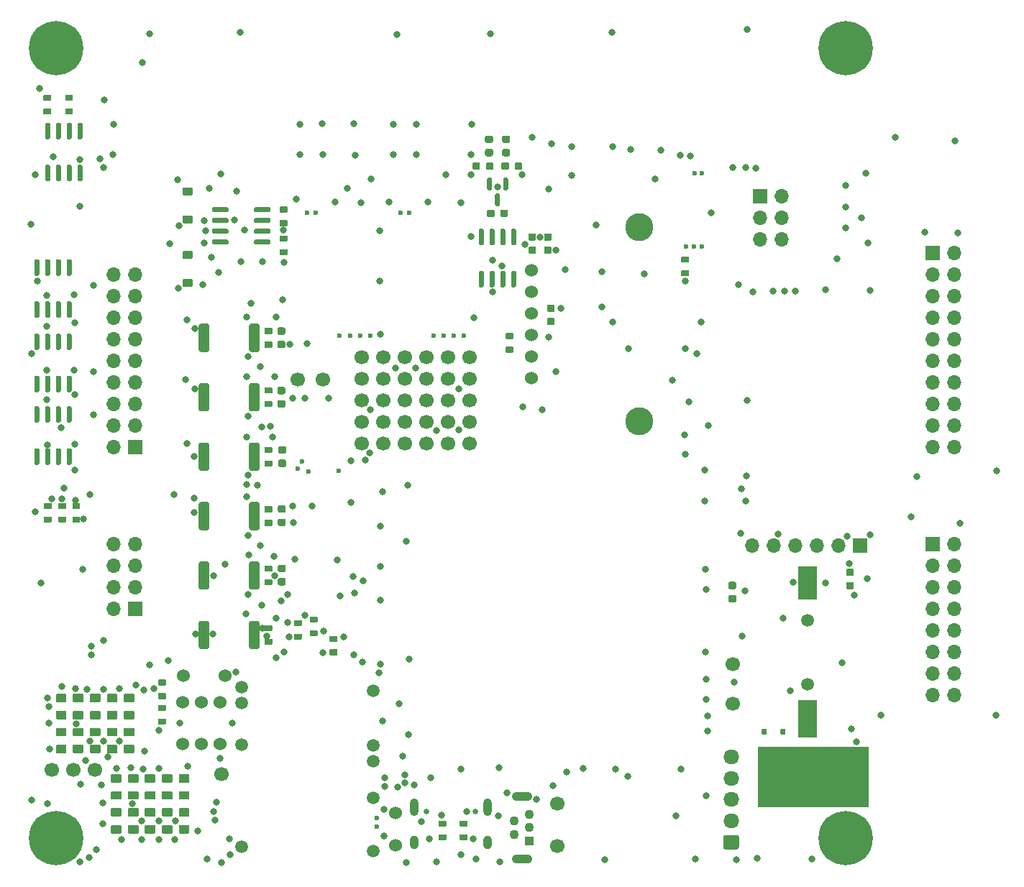
<source format=gbs>
G04 #@! TF.GenerationSoftware,KiCad,Pcbnew,8.0.4*
G04 #@! TF.CreationDate,2024-09-15T17:26:29+02:00*
G04 #@! TF.ProjectId,uaefi_v2.0,75616566-695f-4763-922e-302e6b696361,C*
G04 #@! TF.SameCoordinates,PX2faf080PY9896800*
G04 #@! TF.FileFunction,Soldermask,Bot*
G04 #@! TF.FilePolarity,Negative*
%FSLAX46Y46*%
G04 Gerber Fmt 4.6, Leading zero omitted, Abs format (unit mm)*
G04 Created by KiCad (PCBNEW 8.0.4) date 2024-09-15 17:26:29*
%MOMM*%
%LPD*%
G01*
G04 APERTURE LIST*
%ADD10C,0.120000*%
%ADD11C,1.700000*%
%ADD12R,1.700000X1.700000*%
%ADD13O,1.700000X1.700000*%
%ADD14C,0.800000*%
%ADD15C,6.400000*%
%ADD16C,1.524000*%
%ADD17O,1.850000X1.700000*%
%ADD18C,0.600000*%
%ADD19R,1.100000X1.100000*%
%ADD20C,1.100000*%
%ADD21O,2.400000X1.100000*%
%ADD22C,1.500000*%
%ADD23C,0.599999*%
%ADD24C,0.650000*%
%ADD25O,1.000000X2.100000*%
%ADD26O,1.000000X1.600000*%
%ADD27C,3.302000*%
%ADD28R,2.299995X4.399991*%
%ADD29R,2.299995X3.999992*%
G04 APERTURE END LIST*
D10*
G04 #@! TO.C,U5*
X99150000Y7225000D02*
X86150000Y7225000D01*
X86150000Y14225000D01*
X99150000Y14225000D01*
X99150000Y7225000D01*
G36*
X99150000Y7225000D02*
G01*
X86150000Y7225000D01*
X86150000Y14225000D01*
X99150000Y14225000D01*
X99150000Y7225000D01*
G37*
G04 #@! TD*
D11*
G04 #@! TO.C,P8*
X83200000Y19300000D03*
G04 #@! TD*
G04 #@! TO.C,P1*
X32000000Y57500000D03*
G04 #@! TD*
G04 #@! TO.C,P2*
X34900000Y57500000D03*
G04 #@! TD*
D12*
G04 #@! TO.C,J2*
X106718000Y72370000D03*
D13*
X109258000Y72370000D03*
X106718000Y69830000D03*
X109258000Y69830000D03*
X106718000Y67290000D03*
X109258000Y67290000D03*
X106718000Y64750000D03*
X109258000Y64750000D03*
X106718000Y62210000D03*
X109258000Y62210000D03*
X106718000Y59670000D03*
X109258000Y59670000D03*
X106718000Y57130000D03*
X109258000Y57130000D03*
X106718000Y54590000D03*
X109258000Y54590000D03*
X106718000Y52050000D03*
X109258000Y52050000D03*
X106718000Y49510000D03*
X109258000Y49510000D03*
G04 #@! TD*
D11*
G04 #@! TO.C,P15*
X5540000Y11500000D03*
G04 #@! TD*
D14*
G04 #@! TO.C,H1*
X1100000Y96500000D03*
X1802944Y98197056D03*
X1802944Y94802944D03*
X3500000Y98900000D03*
D15*
X3500000Y96500000D03*
D14*
X3500000Y94100000D03*
X5197056Y98197056D03*
X5197056Y94802944D03*
X5900000Y96500000D03*
G04 #@! TD*
G04 #@! TO.C,H4*
X94100000Y96500000D03*
X94802944Y98197056D03*
X94802944Y94802944D03*
X96500000Y98900000D03*
D15*
X96500000Y96500000D03*
D14*
X96500000Y94100000D03*
X98197056Y98197056D03*
X98197056Y94802944D03*
X98900000Y96500000D03*
G04 #@! TD*
D16*
G04 #@! TO.C,F4*
X18400000Y19450000D03*
X18400000Y14550000D03*
G04 #@! TD*
G04 #@! TO.C,J7*
G36*
G01*
X83675000Y2150000D02*
X82325000Y2150000D01*
G75*
G02*
X82075000Y2400000I0J250000D01*
G01*
X82075000Y3600000D01*
G75*
G02*
X82325000Y3850000I250000J0D01*
G01*
X83675000Y3850000D01*
G75*
G02*
X83925000Y3600000I0J-250000D01*
G01*
X83925000Y2400000D01*
G75*
G02*
X83675000Y2150000I-250000J0D01*
G01*
G37*
D17*
X83000000Y5500000D03*
X83000000Y8000000D03*
X83000000Y10500000D03*
X83000000Y13000000D03*
G04 #@! TD*
D11*
G04 #@! TO.C,P4*
X62500000Y7500000D03*
G04 #@! TD*
D14*
G04 #@! TO.C,H2*
X1100000Y3500000D03*
X1802944Y5197056D03*
X1802944Y1802944D03*
X3500000Y5900000D03*
D15*
X3500000Y3500000D03*
D14*
X3500000Y1100000D03*
X5197056Y5197056D03*
X5197056Y1802944D03*
X5900000Y3500000D03*
G04 #@! TD*
D18*
G04 #@! TO.C,M3*
X49175000Y62675000D03*
X47975000Y62675000D03*
X50375000Y62675000D03*
X51575000Y62675000D03*
X45115000Y77100000D03*
X44115000Y77100000D03*
G04 #@! TD*
D11*
G04 #@! TO.C,P17*
X3000000Y11500000D03*
G04 #@! TD*
D19*
G04 #@! TO.C,J8*
X59250000Y3100000D03*
D20*
X57500000Y3900000D03*
X59250000Y4700000D03*
X57500000Y5500000D03*
X59250000Y6300000D03*
D21*
X58375000Y1050000D03*
X58375000Y8350000D03*
G04 #@! TD*
D16*
G04 #@! TO.C,F3*
X20600000Y19450000D03*
X20600000Y14550000D03*
G04 #@! TD*
D18*
G04 #@! TO.C,M2*
X79574999Y73125000D03*
X78624999Y73125000D03*
X77675001Y73125000D03*
X78674999Y81825000D03*
X79574999Y81825000D03*
G04 #@! TD*
D11*
G04 #@! TO.C,P18*
X23000000Y11000000D03*
G04 #@! TD*
D22*
G04 #@! TO.C,M1*
X40874995Y20824999D03*
X40874995Y14425002D03*
X40874995Y12524999D03*
X40874995Y8224999D03*
D18*
X41324994Y5825002D03*
X41324994Y4825001D03*
D22*
X40874995Y1974999D03*
X25374998Y21275001D03*
X25374998Y19425002D03*
X25374998Y14474999D03*
X25374998Y2425001D03*
G04 #@! TD*
D12*
G04 #@! TO.C,J3*
X86448800Y79101000D03*
D13*
X88988800Y79101000D03*
X86448800Y76561000D03*
X88988800Y76561000D03*
X86448800Y74021000D03*
X88988800Y74021000D03*
G04 #@! TD*
D23*
G04 #@! TO.C,M7*
X31999999Y46975001D03*
X32524999Y47850003D03*
X33274997Y46674999D03*
X36824998Y46750002D03*
G04 #@! TD*
D16*
G04 #@! TO.C,F1*
X22800000Y19450000D03*
X22800000Y14550000D03*
G04 #@! TD*
D11*
G04 #@! TO.C,G3*
X39500000Y49960000D03*
X39500000Y52500000D03*
X39500000Y55040000D03*
X39500000Y57580000D03*
X39500000Y60120000D03*
X42040000Y49960000D03*
X42040000Y52500000D03*
X42040000Y55040000D03*
X42040000Y57580000D03*
X42040000Y60120000D03*
X44580000Y49960000D03*
X44580000Y52500000D03*
X44580000Y55040000D03*
X44580000Y57580000D03*
X44580000Y60120000D03*
G04 #@! TD*
G04 #@! TO.C,P3*
X62500000Y2500000D03*
G04 #@! TD*
D16*
G04 #@! TO.C,R4*
X43474609Y6474609D03*
X43474609Y2664609D03*
G04 #@! TD*
D12*
G04 #@! TO.C,J4*
X12865000Y30460000D03*
D13*
X10325000Y30460000D03*
X12865000Y33000000D03*
X10325000Y33000000D03*
X12865000Y35540000D03*
X10325000Y35540000D03*
X12865000Y38080000D03*
X10325000Y38080000D03*
G04 #@! TD*
D11*
G04 #@! TO.C,P7*
X83200000Y24000000D03*
G04 #@! TD*
D12*
G04 #@! TO.C,J5*
X12865000Y49510000D03*
D13*
X10325000Y49510000D03*
X12865000Y52050000D03*
X10325000Y52050000D03*
X12865000Y54590000D03*
X10325000Y54590000D03*
X12865000Y57130000D03*
X10325000Y57130000D03*
X12865000Y59670000D03*
X10325000Y59670000D03*
X12865000Y62210000D03*
X10325000Y62210000D03*
X12865000Y64750000D03*
X10325000Y64750000D03*
X12865000Y67290000D03*
X10325000Y67290000D03*
X12865000Y69830000D03*
X10325000Y69830000D03*
G04 #@! TD*
D24*
G04 #@! TO.C,J9*
X47110000Y6605000D03*
X52890000Y6605000D03*
D25*
X45680000Y7105000D03*
D26*
X45680000Y2925000D03*
D25*
X54320000Y7105000D03*
D26*
X54320000Y2925000D03*
G04 #@! TD*
D12*
G04 #@! TO.C,J10*
X106718000Y38080000D03*
D13*
X109258000Y38080000D03*
X106718000Y35540000D03*
X109258000Y35540000D03*
X106718000Y33000000D03*
X109258000Y33000000D03*
X106718000Y30460000D03*
X109258000Y30460000D03*
X106718000Y27920000D03*
X109258000Y27920000D03*
X106718000Y25380000D03*
X109258000Y25380000D03*
X106718000Y22840000D03*
X109258000Y22840000D03*
X106718000Y20300000D03*
X109258000Y20300000D03*
G04 #@! TD*
D14*
G04 #@! TO.C,H3*
X94100000Y3500000D03*
X94802944Y5197056D03*
X94802944Y1802944D03*
X96500000Y5900000D03*
D15*
X96500000Y3500000D03*
D14*
X96500000Y1100000D03*
X98197056Y5197056D03*
X98197056Y1802944D03*
X98900000Y3500000D03*
G04 #@! TD*
D18*
G04 #@! TO.C,M4*
X38125000Y62675000D03*
X36925000Y62675000D03*
X39325000Y62675000D03*
X40525000Y62675000D03*
X34065000Y77100000D03*
X33065000Y77100000D03*
G04 #@! TD*
D16*
G04 #@! TO.C,F2*
X18550000Y22600000D03*
X23450000Y22600000D03*
G04 #@! TD*
D12*
G04 #@! TO.C,J6*
X98150000Y37900000D03*
D13*
X95610000Y37900000D03*
X93070000Y37900000D03*
X90530000Y37900000D03*
X87990000Y37900000D03*
X85450000Y37900000D03*
G04 #@! TD*
D27*
G04 #@! TO.C,U3*
X72203250Y75430000D03*
X72203250Y52570000D03*
D16*
X59503250Y70350000D03*
X59503250Y67810000D03*
X59503250Y65270000D03*
X59503250Y62730000D03*
X59503250Y60190000D03*
X59503250Y57650000D03*
G04 #@! TD*
D11*
G04 #@! TO.C,P16*
X8080000Y11500000D03*
G04 #@! TD*
G04 #@! TO.C,G4*
X47120000Y49960000D03*
X47120000Y52500000D03*
X47120000Y55040000D03*
X47120000Y57580000D03*
X47120000Y60120000D03*
X49660000Y49960000D03*
X49660000Y52500000D03*
X49660000Y55040000D03*
X49660000Y57580000D03*
X49660000Y60120000D03*
X52200000Y49960000D03*
X52200000Y52500000D03*
X52200000Y55040000D03*
X52200000Y57580000D03*
X52200000Y60120000D03*
G04 #@! TD*
G04 #@! TO.C,D8*
G36*
G01*
X54400000Y81257023D02*
X54700000Y81257023D01*
G75*
G02*
X54850000Y81107023I0J-150000D01*
G01*
X54850000Y79932023D01*
G75*
G02*
X54700000Y79782023I-150000J0D01*
G01*
X54400000Y79782023D01*
G75*
G02*
X54250000Y79932023I0J150000D01*
G01*
X54250000Y81107023D01*
G75*
G02*
X54400000Y81257023I150000J0D01*
G01*
G37*
G36*
G01*
X56300000Y81257023D02*
X56600000Y81257023D01*
G75*
G02*
X56750000Y81107023I0J-150000D01*
G01*
X56750000Y79932023D01*
G75*
G02*
X56600000Y79782023I-150000J0D01*
G01*
X56300000Y79782023D01*
G75*
G02*
X56150000Y79932023I0J150000D01*
G01*
X56150000Y81107023D01*
G75*
G02*
X56300000Y81257023I150000J0D01*
G01*
G37*
G36*
G01*
X55350000Y79382023D02*
X55650000Y79382023D01*
G75*
G02*
X55800000Y79232023I0J-150000D01*
G01*
X55800000Y78057023D01*
G75*
G02*
X55650000Y77907023I-150000J0D01*
G01*
X55350000Y77907023D01*
G75*
G02*
X55200000Y78057023I0J150000D01*
G01*
X55200000Y79232023D01*
G75*
G02*
X55350000Y79382023I150000J0D01*
G01*
G37*
G04 #@! TD*
G04 #@! TO.C,C10*
G36*
G01*
X12650000Y13460000D02*
X11600000Y13460000D01*
G75*
G02*
X11500000Y13560000I0J100000D01*
G01*
X11500000Y14360000D01*
G75*
G02*
X11600000Y14460000I100000J0D01*
G01*
X12650000Y14460000D01*
G75*
G02*
X12750000Y14360000I0J-100000D01*
G01*
X12750000Y13560000D01*
G75*
G02*
X12650000Y13460000I-100000J0D01*
G01*
G37*
G36*
G01*
X12650000Y15460000D02*
X11600000Y15460000D01*
G75*
G02*
X11500000Y15560000I0J100000D01*
G01*
X11500000Y16360000D01*
G75*
G02*
X11600000Y16460000I100000J0D01*
G01*
X12650000Y16460000D01*
G75*
G02*
X12750000Y16360000I0J-100000D01*
G01*
X12750000Y15560000D01*
G75*
G02*
X12650000Y15460000I-100000J0D01*
G01*
G37*
G04 #@! TD*
G04 #@! TO.C,C27*
G36*
G01*
X61460000Y66315001D02*
X62140000Y66315001D01*
G75*
G02*
X62225000Y66230001I0J-85000D01*
G01*
X62225000Y65550001D01*
G75*
G02*
X62140000Y65465001I-85000J0D01*
G01*
X61460000Y65465001D01*
G75*
G02*
X61375000Y65550001I0J85000D01*
G01*
X61375000Y66230001D01*
G75*
G02*
X61460000Y66315001I85000J0D01*
G01*
G37*
G36*
G01*
X61460000Y64734999D02*
X62140000Y64734999D01*
G75*
G02*
X62225000Y64649999I0J-85000D01*
G01*
X62225000Y63969999D01*
G75*
G02*
X62140000Y63884999I-85000J0D01*
G01*
X61460000Y63884999D01*
G75*
G02*
X61375000Y63969999I0J85000D01*
G01*
X61375000Y64649999D01*
G75*
G02*
X61460000Y64734999I85000J0D01*
G01*
G37*
G04 #@! TD*
G04 #@! TO.C,D4*
G36*
G01*
X19510000Y75900000D02*
X18490000Y75900000D01*
G75*
G02*
X18400000Y75990000I0J90000D01*
G01*
X18400000Y76710000D01*
G75*
G02*
X18490000Y76800000I90000J0D01*
G01*
X19510000Y76800000D01*
G75*
G02*
X19600000Y76710000I0J-90000D01*
G01*
X19600000Y75990000D01*
G75*
G02*
X19510000Y75900000I-90000J0D01*
G01*
G37*
G36*
G01*
X19510000Y79200000D02*
X18490000Y79200000D01*
G75*
G02*
X18400000Y79290000I0J90000D01*
G01*
X18400000Y80010000D01*
G75*
G02*
X18490000Y80100000I90000J0D01*
G01*
X19510000Y80100000D01*
G75*
G02*
X19600000Y80010000I0J-90000D01*
G01*
X19600000Y79290000D01*
G75*
G02*
X19510000Y79200000I-90000J0D01*
G01*
G37*
G04 #@! TD*
D22*
G04 #@! TO.C,BT1*
X92000000Y21600142D03*
X92000000Y29100000D03*
D28*
X92000000Y17500048D03*
D29*
X92000000Y33500067D03*
G04 #@! TD*
G04 #@! TO.C,U10*
G36*
G01*
X1095000Y62900000D02*
X1395000Y62900000D01*
G75*
G02*
X1545000Y62750000I0J-150000D01*
G01*
X1545000Y61100000D01*
G75*
G02*
X1395000Y60950000I-150000J0D01*
G01*
X1095000Y60950000D01*
G75*
G02*
X945000Y61100000I0J150000D01*
G01*
X945000Y62750000D01*
G75*
G02*
X1095000Y62900000I150000J0D01*
G01*
G37*
G36*
G01*
X2365000Y62900000D02*
X2665000Y62900000D01*
G75*
G02*
X2815000Y62750000I0J-150000D01*
G01*
X2815000Y61100000D01*
G75*
G02*
X2665000Y60950000I-150000J0D01*
G01*
X2365000Y60950000D01*
G75*
G02*
X2215000Y61100000I0J150000D01*
G01*
X2215000Y62750000D01*
G75*
G02*
X2365000Y62900000I150000J0D01*
G01*
G37*
G36*
G01*
X3635000Y62900000D02*
X3935000Y62900000D01*
G75*
G02*
X4085000Y62750000I0J-150000D01*
G01*
X4085000Y61100000D01*
G75*
G02*
X3935000Y60950000I-150000J0D01*
G01*
X3635000Y60950000D01*
G75*
G02*
X3485000Y61100000I0J150000D01*
G01*
X3485000Y62750000D01*
G75*
G02*
X3635000Y62900000I150000J0D01*
G01*
G37*
G36*
G01*
X4905000Y62900000D02*
X5205000Y62900000D01*
G75*
G02*
X5355000Y62750000I0J-150000D01*
G01*
X5355000Y61100000D01*
G75*
G02*
X5205000Y60950000I-150000J0D01*
G01*
X4905000Y60950000D01*
G75*
G02*
X4755000Y61100000I0J150000D01*
G01*
X4755000Y62750000D01*
G75*
G02*
X4905000Y62900000I150000J0D01*
G01*
G37*
G36*
G01*
X4905000Y57950000D02*
X5205000Y57950000D01*
G75*
G02*
X5355000Y57800000I0J-150000D01*
G01*
X5355000Y56150000D01*
G75*
G02*
X5205000Y56000000I-150000J0D01*
G01*
X4905000Y56000000D01*
G75*
G02*
X4755000Y56150000I0J150000D01*
G01*
X4755000Y57800000D01*
G75*
G02*
X4905000Y57950000I150000J0D01*
G01*
G37*
G36*
G01*
X3635000Y57950000D02*
X3935000Y57950000D01*
G75*
G02*
X4085000Y57800000I0J-150000D01*
G01*
X4085000Y56150000D01*
G75*
G02*
X3935000Y56000000I-150000J0D01*
G01*
X3635000Y56000000D01*
G75*
G02*
X3485000Y56150000I0J150000D01*
G01*
X3485000Y57800000D01*
G75*
G02*
X3635000Y57950000I150000J0D01*
G01*
G37*
G36*
G01*
X2365000Y57950000D02*
X2665000Y57950000D01*
G75*
G02*
X2815000Y57800000I0J-150000D01*
G01*
X2815000Y56150000D01*
G75*
G02*
X2665000Y56000000I-150000J0D01*
G01*
X2365000Y56000000D01*
G75*
G02*
X2215000Y56150000I0J150000D01*
G01*
X2215000Y57800000D01*
G75*
G02*
X2365000Y57950000I150000J0D01*
G01*
G37*
G36*
G01*
X1095000Y57950000D02*
X1395000Y57950000D01*
G75*
G02*
X1545000Y57800000I0J-150000D01*
G01*
X1545000Y56150000D01*
G75*
G02*
X1395000Y56000000I-150000J0D01*
G01*
X1095000Y56000000D01*
G75*
G02*
X945000Y56150000I0J150000D01*
G01*
X945000Y57800000D01*
G75*
G02*
X1095000Y57950000I150000J0D01*
G01*
G37*
G04 #@! TD*
G04 #@! TO.C,R31*
G36*
G01*
X2940000Y40650000D02*
X2160000Y40650000D01*
G75*
G02*
X2090000Y40720000I0J70000D01*
G01*
X2090000Y41280000D01*
G75*
G02*
X2160000Y41350000I70000J0D01*
G01*
X2940000Y41350000D01*
G75*
G02*
X3010000Y41280000I0J-70000D01*
G01*
X3010000Y40720000D01*
G75*
G02*
X2940000Y40650000I-70000J0D01*
G01*
G37*
G36*
G01*
X2940000Y42250000D02*
X2160000Y42250000D01*
G75*
G02*
X2090000Y42320000I0J70000D01*
G01*
X2090000Y42880000D01*
G75*
G02*
X2160000Y42950000I70000J0D01*
G01*
X2940000Y42950000D01*
G75*
G02*
X3010000Y42880000I0J-70000D01*
G01*
X3010000Y42320000D01*
G75*
G02*
X2940000Y42250000I-70000J0D01*
G01*
G37*
G04 #@! TD*
G04 #@! TO.C,C30*
G36*
G01*
X58405002Y82940000D02*
X58405002Y82260000D01*
G75*
G02*
X58320002Y82175000I-85000J0D01*
G01*
X57640002Y82175000D01*
G75*
G02*
X57555002Y82260000I0J85000D01*
G01*
X57555002Y82940000D01*
G75*
G02*
X57640002Y83025000I85000J0D01*
G01*
X58320002Y83025000D01*
G75*
G02*
X58405002Y82940000I0J-85000D01*
G01*
G37*
G36*
G01*
X56825000Y82940000D02*
X56825000Y82260000D01*
G75*
G02*
X56740000Y82175000I-85000J0D01*
G01*
X56060000Y82175000D01*
G75*
G02*
X55975000Y82260000I0J85000D01*
G01*
X55975000Y82940000D01*
G75*
G02*
X56060000Y83025000I85000J0D01*
G01*
X56740000Y83025000D01*
G75*
G02*
X56825000Y82940000I0J-85000D01*
G01*
G37*
G04 #@! TD*
G04 #@! TO.C,C7*
G36*
G01*
X6650000Y13460000D02*
X5600000Y13460000D01*
G75*
G02*
X5500000Y13560000I0J100000D01*
G01*
X5500000Y14360000D01*
G75*
G02*
X5600000Y14460000I100000J0D01*
G01*
X6650000Y14460000D01*
G75*
G02*
X6750000Y14360000I0J-100000D01*
G01*
X6750000Y13560000D01*
G75*
G02*
X6650000Y13460000I-100000J0D01*
G01*
G37*
G36*
G01*
X6650000Y15460000D02*
X5600000Y15460000D01*
G75*
G02*
X5500000Y15560000I0J100000D01*
G01*
X5500000Y16360000D01*
G75*
G02*
X5600000Y16460000I100000J0D01*
G01*
X6650000Y16460000D01*
G75*
G02*
X6750000Y16360000I0J-100000D01*
G01*
X6750000Y15560000D01*
G75*
G02*
X6650000Y15460000I-100000J0D01*
G01*
G37*
G04 #@! TD*
G04 #@! TO.C,C33*
G36*
G01*
X96660000Y35215001D02*
X97340000Y35215001D01*
G75*
G02*
X97425000Y35130001I0J-85000D01*
G01*
X97425000Y34450001D01*
G75*
G02*
X97340000Y34365001I-85000J0D01*
G01*
X96660000Y34365001D01*
G75*
G02*
X96575000Y34450001I0J85000D01*
G01*
X96575000Y35130001D01*
G75*
G02*
X96660000Y35215001I85000J0D01*
G01*
G37*
G36*
G01*
X96660000Y33634999D02*
X97340000Y33634999D01*
G75*
G02*
X97425000Y33549999I0J-85000D01*
G01*
X97425000Y32869999D01*
G75*
G02*
X97340000Y32784999I-85000J0D01*
G01*
X96660000Y32784999D01*
G75*
G02*
X96575000Y32869999I0J85000D01*
G01*
X96575000Y33549999D01*
G75*
G02*
X96660000Y33634999I85000J0D01*
G01*
G37*
G04 #@! TD*
G04 #@! TO.C,C29*
G36*
G01*
X54284999Y76742023D02*
X54284999Y77422023D01*
G75*
G02*
X54369999Y77507023I85000J0D01*
G01*
X55049999Y77507023D01*
G75*
G02*
X55134999Y77422023I0J-85000D01*
G01*
X55134999Y76742023D01*
G75*
G02*
X55049999Y76657023I-85000J0D01*
G01*
X54369999Y76657023D01*
G75*
G02*
X54284999Y76742023I0J85000D01*
G01*
G37*
G36*
G01*
X55865001Y76742023D02*
X55865001Y77422023D01*
G75*
G02*
X55950001Y77507023I85000J0D01*
G01*
X56630001Y77507023D01*
G75*
G02*
X56715001Y77422023I0J-85000D01*
G01*
X56715001Y76742023D01*
G75*
G02*
X56630001Y76657023I-85000J0D01*
G01*
X55950001Y76657023D01*
G75*
G02*
X55865001Y76742023I0J85000D01*
G01*
G37*
G04 #@! TD*
G04 #@! TO.C,R34*
G36*
G01*
X6290000Y40650000D02*
X5510000Y40650000D01*
G75*
G02*
X5440000Y40720000I0J70000D01*
G01*
X5440000Y41280000D01*
G75*
G02*
X5510000Y41350000I70000J0D01*
G01*
X6290000Y41350000D01*
G75*
G02*
X6360000Y41280000I0J-70000D01*
G01*
X6360000Y40720000D01*
G75*
G02*
X6290000Y40650000I-70000J0D01*
G01*
G37*
G36*
G01*
X6290000Y42250000D02*
X5510000Y42250000D01*
G75*
G02*
X5440000Y42320000I0J70000D01*
G01*
X5440000Y42880000D01*
G75*
G02*
X5510000Y42950000I70000J0D01*
G01*
X6290000Y42950000D01*
G75*
G02*
X6360000Y42880000I0J-70000D01*
G01*
X6360000Y42320000D01*
G75*
G02*
X6290000Y42250000I-70000J0D01*
G01*
G37*
G04 #@! TD*
G04 #@! TO.C,C17*
G36*
G01*
X16075000Y11000000D02*
X17125000Y11000000D01*
G75*
G02*
X17225000Y10900000I0J-100000D01*
G01*
X17225000Y10100000D01*
G75*
G02*
X17125000Y10000000I-100000J0D01*
G01*
X16075000Y10000000D01*
G75*
G02*
X15975000Y10100000I0J100000D01*
G01*
X15975000Y10900000D01*
G75*
G02*
X16075000Y11000000I100000J0D01*
G01*
G37*
G36*
G01*
X16075000Y9000000D02*
X17125000Y9000000D01*
G75*
G02*
X17225000Y8900000I0J-100000D01*
G01*
X17225000Y8100000D01*
G75*
G02*
X17125000Y8000000I-100000J0D01*
G01*
X16075000Y8000000D01*
G75*
G02*
X15975000Y8100000I0J100000D01*
G01*
X15975000Y8900000D01*
G75*
G02*
X16075000Y9000000I100000J0D01*
G01*
G37*
G04 #@! TD*
G04 #@! TO.C,R20*
G36*
G01*
X27475000Y63825000D02*
X27475000Y60975000D01*
G75*
G02*
X27225000Y60725000I-250000J0D01*
G01*
X26500000Y60725000D01*
G75*
G02*
X26250000Y60975000I0J250000D01*
G01*
X26250000Y63825000D01*
G75*
G02*
X26500000Y64075000I250000J0D01*
G01*
X27225000Y64075000D01*
G75*
G02*
X27475000Y63825000I0J-250000D01*
G01*
G37*
G36*
G01*
X21550000Y63825000D02*
X21550000Y60975000D01*
G75*
G02*
X21300000Y60725000I-250000J0D01*
G01*
X20575000Y60725000D01*
G75*
G02*
X20325000Y60975000I0J250000D01*
G01*
X20325000Y63825000D01*
G75*
G02*
X20575000Y64075000I250000J0D01*
G01*
X21300000Y64075000D01*
G75*
G02*
X21550000Y63825000I0J-250000D01*
G01*
G37*
G04 #@! TD*
G04 #@! TO.C,C3*
G36*
G01*
X7600000Y20460000D02*
X8650000Y20460000D01*
G75*
G02*
X8750000Y20360000I0J-100000D01*
G01*
X8750000Y19560000D01*
G75*
G02*
X8650000Y19460000I-100000J0D01*
G01*
X7600000Y19460000D01*
G75*
G02*
X7500000Y19560000I0J100000D01*
G01*
X7500000Y20360000D01*
G75*
G02*
X7600000Y20460000I100000J0D01*
G01*
G37*
G36*
G01*
X7600000Y18460000D02*
X8650000Y18460000D01*
G75*
G02*
X8750000Y18360000I0J-100000D01*
G01*
X8750000Y17560000D01*
G75*
G02*
X8650000Y17460000I-100000J0D01*
G01*
X7600000Y17460000D01*
G75*
G02*
X7500000Y17560000I0J100000D01*
G01*
X7500000Y18360000D01*
G75*
G02*
X7600000Y18460000I100000J0D01*
G01*
G37*
G04 #@! TD*
G04 #@! TO.C,C23*
G36*
G01*
X19125000Y4000000D02*
X18075000Y4000000D01*
G75*
G02*
X17975000Y4100000I0J100000D01*
G01*
X17975000Y4900000D01*
G75*
G02*
X18075000Y5000000I100000J0D01*
G01*
X19125000Y5000000D01*
G75*
G02*
X19225000Y4900000I0J-100000D01*
G01*
X19225000Y4100000D01*
G75*
G02*
X19125000Y4000000I-100000J0D01*
G01*
G37*
G36*
G01*
X19125000Y6000000D02*
X18075000Y6000000D01*
G75*
G02*
X17975000Y6100000I0J100000D01*
G01*
X17975000Y6900000D01*
G75*
G02*
X18075000Y7000000I100000J0D01*
G01*
X19125000Y7000000D01*
G75*
G02*
X19225000Y6900000I0J-100000D01*
G01*
X19225000Y6100000D01*
G75*
G02*
X19125000Y6000000I-100000J0D01*
G01*
G37*
G04 #@! TD*
G04 #@! TO.C,U4*
G36*
G01*
X53445000Y75250000D02*
X53745000Y75250000D01*
G75*
G02*
X53895000Y75100000I0J-150000D01*
G01*
X53895000Y73450000D01*
G75*
G02*
X53745000Y73300000I-150000J0D01*
G01*
X53445000Y73300000D01*
G75*
G02*
X53295000Y73450000I0J150000D01*
G01*
X53295000Y75100000D01*
G75*
G02*
X53445000Y75250000I150000J0D01*
G01*
G37*
G36*
G01*
X54715000Y75250000D02*
X55015000Y75250000D01*
G75*
G02*
X55165000Y75100000I0J-150000D01*
G01*
X55165000Y73450000D01*
G75*
G02*
X55015000Y73300000I-150000J0D01*
G01*
X54715000Y73300000D01*
G75*
G02*
X54565000Y73450000I0J150000D01*
G01*
X54565000Y75100000D01*
G75*
G02*
X54715000Y75250000I150000J0D01*
G01*
G37*
G36*
G01*
X55985000Y75250000D02*
X56285000Y75250000D01*
G75*
G02*
X56435000Y75100000I0J-150000D01*
G01*
X56435000Y73450000D01*
G75*
G02*
X56285000Y73300000I-150000J0D01*
G01*
X55985000Y73300000D01*
G75*
G02*
X55835000Y73450000I0J150000D01*
G01*
X55835000Y75100000D01*
G75*
G02*
X55985000Y75250000I150000J0D01*
G01*
G37*
G36*
G01*
X57255000Y75250000D02*
X57555000Y75250000D01*
G75*
G02*
X57705000Y75100000I0J-150000D01*
G01*
X57705000Y73450000D01*
G75*
G02*
X57555000Y73300000I-150000J0D01*
G01*
X57255000Y73300000D01*
G75*
G02*
X57105000Y73450000I0J150000D01*
G01*
X57105000Y75100000D01*
G75*
G02*
X57255000Y75250000I150000J0D01*
G01*
G37*
G36*
G01*
X57255000Y70300000D02*
X57555000Y70300000D01*
G75*
G02*
X57705000Y70150000I0J-150000D01*
G01*
X57705000Y68500000D01*
G75*
G02*
X57555000Y68350000I-150000J0D01*
G01*
X57255000Y68350000D01*
G75*
G02*
X57105000Y68500000I0J150000D01*
G01*
X57105000Y70150000D01*
G75*
G02*
X57255000Y70300000I150000J0D01*
G01*
G37*
G36*
G01*
X55985000Y70300000D02*
X56285000Y70300000D01*
G75*
G02*
X56435000Y70150000I0J-150000D01*
G01*
X56435000Y68500000D01*
G75*
G02*
X56285000Y68350000I-150000J0D01*
G01*
X55985000Y68350000D01*
G75*
G02*
X55835000Y68500000I0J150000D01*
G01*
X55835000Y70150000D01*
G75*
G02*
X55985000Y70300000I150000J0D01*
G01*
G37*
G36*
G01*
X54715000Y70300000D02*
X55015000Y70300000D01*
G75*
G02*
X55165000Y70150000I0J-150000D01*
G01*
X55165000Y68500000D01*
G75*
G02*
X55015000Y68350000I-150000J0D01*
G01*
X54715000Y68350000D01*
G75*
G02*
X54565000Y68500000I0J150000D01*
G01*
X54565000Y70150000D01*
G75*
G02*
X54715000Y70300000I150000J0D01*
G01*
G37*
G36*
G01*
X53445000Y70300000D02*
X53745000Y70300000D01*
G75*
G02*
X53895000Y70150000I0J-150000D01*
G01*
X53895000Y68500000D01*
G75*
G02*
X53745000Y68350000I-150000J0D01*
G01*
X53445000Y68350000D01*
G75*
G02*
X53295000Y68500000I0J150000D01*
G01*
X53295000Y70150000D01*
G75*
G02*
X53445000Y70300000I150000J0D01*
G01*
G37*
G04 #@! TD*
G04 #@! TO.C,C1*
G36*
G01*
X3600000Y20460000D02*
X4650000Y20460000D01*
G75*
G02*
X4750000Y20360000I0J-100000D01*
G01*
X4750000Y19560000D01*
G75*
G02*
X4650000Y19460000I-100000J0D01*
G01*
X3600000Y19460000D01*
G75*
G02*
X3500000Y19560000I0J100000D01*
G01*
X3500000Y20360000D01*
G75*
G02*
X3600000Y20460000I100000J0D01*
G01*
G37*
G36*
G01*
X3600000Y18460000D02*
X4650000Y18460000D01*
G75*
G02*
X4750000Y18360000I0J-100000D01*
G01*
X4750000Y17560000D01*
G75*
G02*
X4650000Y17460000I-100000J0D01*
G01*
X3600000Y17460000D01*
G75*
G02*
X3500000Y17560000I0J100000D01*
G01*
X3500000Y18360000D01*
G75*
G02*
X3600000Y18460000I100000J0D01*
G01*
G37*
G04 #@! TD*
G04 #@! TO.C,R26*
G36*
G01*
X27475000Y42825000D02*
X27475000Y39975000D01*
G75*
G02*
X27225000Y39725000I-250000J0D01*
G01*
X26500000Y39725000D01*
G75*
G02*
X26250000Y39975000I0J250000D01*
G01*
X26250000Y42825000D01*
G75*
G02*
X26500000Y43075000I250000J0D01*
G01*
X27225000Y43075000D01*
G75*
G02*
X27475000Y42825000I0J-250000D01*
G01*
G37*
G36*
G01*
X21550000Y42825000D02*
X21550000Y39975000D01*
G75*
G02*
X21300000Y39725000I-250000J0D01*
G01*
X20575000Y39725000D01*
G75*
G02*
X20325000Y39975000I0J250000D01*
G01*
X20325000Y42825000D01*
G75*
G02*
X20575000Y43075000I250000J0D01*
G01*
X21300000Y43075000D01*
G75*
G02*
X21550000Y42825000I0J-250000D01*
G01*
G37*
G04 #@! TD*
G04 #@! TO.C,U11*
G36*
G01*
X1095000Y54350000D02*
X1395000Y54350000D01*
G75*
G02*
X1545000Y54200000I0J-150000D01*
G01*
X1545000Y52550000D01*
G75*
G02*
X1395000Y52400000I-150000J0D01*
G01*
X1095000Y52400000D01*
G75*
G02*
X945000Y52550000I0J150000D01*
G01*
X945000Y54200000D01*
G75*
G02*
X1095000Y54350000I150000J0D01*
G01*
G37*
G36*
G01*
X2365000Y54350000D02*
X2665000Y54350000D01*
G75*
G02*
X2815000Y54200000I0J-150000D01*
G01*
X2815000Y52550000D01*
G75*
G02*
X2665000Y52400000I-150000J0D01*
G01*
X2365000Y52400000D01*
G75*
G02*
X2215000Y52550000I0J150000D01*
G01*
X2215000Y54200000D01*
G75*
G02*
X2365000Y54350000I150000J0D01*
G01*
G37*
G36*
G01*
X3635000Y54350000D02*
X3935000Y54350000D01*
G75*
G02*
X4085000Y54200000I0J-150000D01*
G01*
X4085000Y52550000D01*
G75*
G02*
X3935000Y52400000I-150000J0D01*
G01*
X3635000Y52400000D01*
G75*
G02*
X3485000Y52550000I0J150000D01*
G01*
X3485000Y54200000D01*
G75*
G02*
X3635000Y54350000I150000J0D01*
G01*
G37*
G36*
G01*
X4905000Y54350000D02*
X5205000Y54350000D01*
G75*
G02*
X5355000Y54200000I0J-150000D01*
G01*
X5355000Y52550000D01*
G75*
G02*
X5205000Y52400000I-150000J0D01*
G01*
X4905000Y52400000D01*
G75*
G02*
X4755000Y52550000I0J150000D01*
G01*
X4755000Y54200000D01*
G75*
G02*
X4905000Y54350000I150000J0D01*
G01*
G37*
G36*
G01*
X4905000Y49400000D02*
X5205000Y49400000D01*
G75*
G02*
X5355000Y49250000I0J-150000D01*
G01*
X5355000Y47600000D01*
G75*
G02*
X5205000Y47450000I-150000J0D01*
G01*
X4905000Y47450000D01*
G75*
G02*
X4755000Y47600000I0J150000D01*
G01*
X4755000Y49250000D01*
G75*
G02*
X4905000Y49400000I150000J0D01*
G01*
G37*
G36*
G01*
X3635000Y49400000D02*
X3935000Y49400000D01*
G75*
G02*
X4085000Y49250000I0J-150000D01*
G01*
X4085000Y47600000D01*
G75*
G02*
X3935000Y47450000I-150000J0D01*
G01*
X3635000Y47450000D01*
G75*
G02*
X3485000Y47600000I0J150000D01*
G01*
X3485000Y49250000D01*
G75*
G02*
X3635000Y49400000I150000J0D01*
G01*
G37*
G36*
G01*
X2365000Y49400000D02*
X2665000Y49400000D01*
G75*
G02*
X2815000Y49250000I0J-150000D01*
G01*
X2815000Y47600000D01*
G75*
G02*
X2665000Y47450000I-150000J0D01*
G01*
X2365000Y47450000D01*
G75*
G02*
X2215000Y47600000I0J150000D01*
G01*
X2215000Y49250000D01*
G75*
G02*
X2365000Y49400000I150000J0D01*
G01*
G37*
G36*
G01*
X1095000Y49400000D02*
X1395000Y49400000D01*
G75*
G02*
X1545000Y49250000I0J-150000D01*
G01*
X1545000Y47600000D01*
G75*
G02*
X1395000Y47450000I-150000J0D01*
G01*
X1095000Y47450000D01*
G75*
G02*
X945000Y47600000I0J150000D01*
G01*
X945000Y49250000D01*
G75*
G02*
X1095000Y49400000I150000J0D01*
G01*
G37*
G04 #@! TD*
G04 #@! TO.C,C31*
G36*
G01*
X59940000Y72284999D02*
X59260000Y72284999D01*
G75*
G02*
X59175000Y72369999I0J85000D01*
G01*
X59175000Y73049999D01*
G75*
G02*
X59260000Y73134999I85000J0D01*
G01*
X59940000Y73134999D01*
G75*
G02*
X60025000Y73049999I0J-85000D01*
G01*
X60025000Y72369999D01*
G75*
G02*
X59940000Y72284999I-85000J0D01*
G01*
G37*
G36*
G01*
X59940000Y73865001D02*
X59260000Y73865001D01*
G75*
G02*
X59175000Y73950001I0J85000D01*
G01*
X59175000Y74630001D01*
G75*
G02*
X59260000Y74715001I85000J0D01*
G01*
X59940000Y74715001D01*
G75*
G02*
X60025000Y74630001I0J-85000D01*
G01*
X60025000Y73950001D01*
G75*
G02*
X59940000Y73865001I-85000J0D01*
G01*
G37*
G04 #@! TD*
G04 #@! TO.C,F9*
G36*
G01*
X29843750Y35675000D02*
X30356250Y35675000D01*
G75*
G02*
X30575000Y35456250I0J-218750D01*
G01*
X30575000Y35018750D01*
G75*
G02*
X30356250Y34800000I-218750J0D01*
G01*
X29843750Y34800000D01*
G75*
G02*
X29625000Y35018750I0J218750D01*
G01*
X29625000Y35456250D01*
G75*
G02*
X29843750Y35675000I218750J0D01*
G01*
G37*
G36*
G01*
X29843750Y34100000D02*
X30356250Y34100000D01*
G75*
G02*
X30575000Y33881250I0J-218750D01*
G01*
X30575000Y33443750D01*
G75*
G02*
X30356250Y33225000I-218750J0D01*
G01*
X29843750Y33225000D01*
G75*
G02*
X29625000Y33443750I0J218750D01*
G01*
X29625000Y33881250D01*
G75*
G02*
X29843750Y34100000I218750J0D01*
G01*
G37*
G04 #@! TD*
G04 #@! TO.C,C14*
G36*
G01*
X10075000Y11000000D02*
X11125000Y11000000D01*
G75*
G02*
X11225000Y10900000I0J-100000D01*
G01*
X11225000Y10100000D01*
G75*
G02*
X11125000Y10000000I-100000J0D01*
G01*
X10075000Y10000000D01*
G75*
G02*
X9975000Y10100000I0J100000D01*
G01*
X9975000Y10900000D01*
G75*
G02*
X10075000Y11000000I100000J0D01*
G01*
G37*
G36*
G01*
X10075000Y9000000D02*
X11125000Y9000000D01*
G75*
G02*
X11225000Y8900000I0J-100000D01*
G01*
X11225000Y8100000D01*
G75*
G02*
X11125000Y8000000I-100000J0D01*
G01*
X10075000Y8000000D01*
G75*
G02*
X9975000Y8100000I0J100000D01*
G01*
X9975000Y8900000D01*
G75*
G02*
X10075000Y9000000I100000J0D01*
G01*
G37*
G04 #@! TD*
G04 #@! TO.C,C19*
G36*
G01*
X11125000Y4000000D02*
X10075000Y4000000D01*
G75*
G02*
X9975000Y4100000I0J100000D01*
G01*
X9975000Y4900000D01*
G75*
G02*
X10075000Y5000000I100000J0D01*
G01*
X11125000Y5000000D01*
G75*
G02*
X11225000Y4900000I0J-100000D01*
G01*
X11225000Y4100000D01*
G75*
G02*
X11125000Y4000000I-100000J0D01*
G01*
G37*
G36*
G01*
X11125000Y6000000D02*
X10075000Y6000000D01*
G75*
G02*
X9975000Y6100000I0J100000D01*
G01*
X9975000Y6900000D01*
G75*
G02*
X10075000Y7000000I100000J0D01*
G01*
X11125000Y7000000D01*
G75*
G02*
X11225000Y6900000I0J-100000D01*
G01*
X11225000Y6100000D01*
G75*
G02*
X11125000Y6000000I-100000J0D01*
G01*
G37*
G04 #@! TD*
G04 #@! TO.C,F6*
G36*
G01*
X29793750Y63625000D02*
X30306250Y63625000D01*
G75*
G02*
X30525000Y63406250I0J-218750D01*
G01*
X30525000Y62968750D01*
G75*
G02*
X30306250Y62750000I-218750J0D01*
G01*
X29793750Y62750000D01*
G75*
G02*
X29575000Y62968750I0J218750D01*
G01*
X29575000Y63406250D01*
G75*
G02*
X29793750Y63625000I218750J0D01*
G01*
G37*
G36*
G01*
X29793750Y62050000D02*
X30306250Y62050000D01*
G75*
G02*
X30525000Y61831250I0J-218750D01*
G01*
X30525000Y61393750D01*
G75*
G02*
X30306250Y61175000I-218750J0D01*
G01*
X29793750Y61175000D01*
G75*
G02*
X29575000Y61393750I0J218750D01*
G01*
X29575000Y61831250D01*
G75*
G02*
X29793750Y62050000I218750J0D01*
G01*
G37*
G04 #@! TD*
G04 #@! TO.C,R27*
G36*
G01*
X27475000Y35825000D02*
X27475000Y32975000D01*
G75*
G02*
X27225000Y32725000I-250000J0D01*
G01*
X26500000Y32725000D01*
G75*
G02*
X26250000Y32975000I0J250000D01*
G01*
X26250000Y35825000D01*
G75*
G02*
X26500000Y36075000I250000J0D01*
G01*
X27225000Y36075000D01*
G75*
G02*
X27475000Y35825000I0J-250000D01*
G01*
G37*
G36*
G01*
X21550000Y35825000D02*
X21550000Y32975000D01*
G75*
G02*
X21300000Y32725000I-250000J0D01*
G01*
X20575000Y32725000D01*
G75*
G02*
X20325000Y32975000I0J250000D01*
G01*
X20325000Y35825000D01*
G75*
G02*
X20575000Y36075000I250000J0D01*
G01*
X21300000Y36075000D01*
G75*
G02*
X21550000Y35825000I0J-250000D01*
G01*
G37*
G04 #@! TD*
G04 #@! TO.C,R21*
G36*
G01*
X27475000Y56825000D02*
X27475000Y53975000D01*
G75*
G02*
X27225000Y53725000I-250000J0D01*
G01*
X26500000Y53725000D01*
G75*
G02*
X26250000Y53975000I0J250000D01*
G01*
X26250000Y56825000D01*
G75*
G02*
X26500000Y57075000I250000J0D01*
G01*
X27225000Y57075000D01*
G75*
G02*
X27475000Y56825000I0J-250000D01*
G01*
G37*
G36*
G01*
X21550000Y56825000D02*
X21550000Y53975000D01*
G75*
G02*
X21300000Y53725000I-250000J0D01*
G01*
X20575000Y53725000D01*
G75*
G02*
X20325000Y53975000I0J250000D01*
G01*
X20325000Y56825000D01*
G75*
G02*
X20575000Y57075000I250000J0D01*
G01*
X21300000Y57075000D01*
G75*
G02*
X21550000Y56825000I0J-250000D01*
G01*
G37*
G04 #@! TD*
G04 #@! TO.C,C4*
G36*
G01*
X9600000Y20460000D02*
X10650000Y20460000D01*
G75*
G02*
X10750000Y20360000I0J-100000D01*
G01*
X10750000Y19560000D01*
G75*
G02*
X10650000Y19460000I-100000J0D01*
G01*
X9600000Y19460000D01*
G75*
G02*
X9500000Y19560000I0J100000D01*
G01*
X9500000Y20360000D01*
G75*
G02*
X9600000Y20460000I100000J0D01*
G01*
G37*
G36*
G01*
X9600000Y18460000D02*
X10650000Y18460000D01*
G75*
G02*
X10750000Y18360000I0J-100000D01*
G01*
X10750000Y17560000D01*
G75*
G02*
X10650000Y17460000I-100000J0D01*
G01*
X9600000Y17460000D01*
G75*
G02*
X9500000Y17560000I0J100000D01*
G01*
X9500000Y18360000D01*
G75*
G02*
X9600000Y18460000I100000J0D01*
G01*
G37*
G04 #@! TD*
G04 #@! TO.C,F10*
G36*
G01*
X82893750Y33675000D02*
X83406250Y33675000D01*
G75*
G02*
X83625000Y33456250I0J-218750D01*
G01*
X83625000Y33018750D01*
G75*
G02*
X83406250Y32800000I-218750J0D01*
G01*
X82893750Y32800000D01*
G75*
G02*
X82675000Y33018750I0J218750D01*
G01*
X82675000Y33456250D01*
G75*
G02*
X82893750Y33675000I218750J0D01*
G01*
G37*
G36*
G01*
X82893750Y32100000D02*
X83406250Y32100000D01*
G75*
G02*
X83625000Y31881250I0J-218750D01*
G01*
X83625000Y31443750D01*
G75*
G02*
X83406250Y31225000I-218750J0D01*
G01*
X82893750Y31225000D01*
G75*
G02*
X82675000Y31443750I0J218750D01*
G01*
X82675000Y31881250D01*
G75*
G02*
X82893750Y32100000I218750J0D01*
G01*
G37*
G04 #@! TD*
G04 #@! TO.C,D2*
G36*
G01*
X19510000Y68400000D02*
X18490000Y68400000D01*
G75*
G02*
X18400000Y68490000I0J90000D01*
G01*
X18400000Y69210000D01*
G75*
G02*
X18490000Y69300000I90000J0D01*
G01*
X19510000Y69300000D01*
G75*
G02*
X19600000Y69210000I0J-90000D01*
G01*
X19600000Y68490000D01*
G75*
G02*
X19510000Y68400000I-90000J0D01*
G01*
G37*
G36*
G01*
X19510000Y71700000D02*
X18490000Y71700000D01*
G75*
G02*
X18400000Y71790000I0J90000D01*
G01*
X18400000Y72510000D01*
G75*
G02*
X18490000Y72600000I90000J0D01*
G01*
X19510000Y72600000D01*
G75*
G02*
X19600000Y72510000I0J-90000D01*
G01*
X19600000Y71790000D01*
G75*
G02*
X19510000Y71700000I-90000J0D01*
G01*
G37*
G04 #@! TD*
G04 #@! TO.C,D1*
G36*
G01*
X87140000Y15700000D02*
X86660000Y15700000D01*
G75*
G02*
X86600000Y15760000I0J60000D01*
G01*
X86600000Y16240000D01*
G75*
G02*
X86660000Y16300000I60000J0D01*
G01*
X87140000Y16300000D01*
G75*
G02*
X87200000Y16240000I0J-60000D01*
G01*
X87200000Y15760000D01*
G75*
G02*
X87140000Y15700000I-60000J0D01*
G01*
G37*
G36*
G01*
X89340000Y15700000D02*
X88860000Y15700000D01*
G75*
G02*
X88800000Y15760000I0J60000D01*
G01*
X88800000Y16240000D01*
G75*
G02*
X88860000Y16300000I60000J0D01*
G01*
X89340000Y16300000D01*
G75*
G02*
X89400000Y16240000I0J-60000D01*
G01*
X89400000Y15760000D01*
G75*
G02*
X89340000Y15700000I-60000J0D01*
G01*
G37*
G04 #@! TD*
G04 #@! TO.C,R19*
G36*
G01*
X28902500Y47250000D02*
X28122500Y47250000D01*
G75*
G02*
X28052500Y47320000I0J70000D01*
G01*
X28052500Y47880000D01*
G75*
G02*
X28122500Y47950000I70000J0D01*
G01*
X28902500Y47950000D01*
G75*
G02*
X28972500Y47880000I0J-70000D01*
G01*
X28972500Y47320000D01*
G75*
G02*
X28902500Y47250000I-70000J0D01*
G01*
G37*
G36*
G01*
X28902500Y48850000D02*
X28122500Y48850000D01*
G75*
G02*
X28052500Y48920000I0J70000D01*
G01*
X28052500Y49480000D01*
G75*
G02*
X28122500Y49550000I70000J0D01*
G01*
X28902500Y49550000D01*
G75*
G02*
X28972500Y49480000I0J-70000D01*
G01*
X28972500Y48920000D01*
G75*
G02*
X28902500Y48850000I-70000J0D01*
G01*
G37*
G04 #@! TD*
G04 #@! TO.C,R33*
G36*
G01*
X31610000Y29150000D02*
X32390000Y29150000D01*
G75*
G02*
X32460000Y29080000I0J-70000D01*
G01*
X32460000Y28520000D01*
G75*
G02*
X32390000Y28450000I-70000J0D01*
G01*
X31610000Y28450000D01*
G75*
G02*
X31540000Y28520000I0J70000D01*
G01*
X31540000Y29080000D01*
G75*
G02*
X31610000Y29150000I70000J0D01*
G01*
G37*
G36*
G01*
X31610000Y27550000D02*
X32390000Y27550000D01*
G75*
G02*
X32460000Y27480000I0J-70000D01*
G01*
X32460000Y26920000D01*
G75*
G02*
X32390000Y26850000I-70000J0D01*
G01*
X31610000Y26850000D01*
G75*
G02*
X31540000Y26920000I0J70000D01*
G01*
X31540000Y27480000D01*
G75*
G02*
X31610000Y27550000I70000J0D01*
G01*
G37*
G04 #@! TD*
G04 #@! TO.C,C21*
G36*
G01*
X15125000Y4000000D02*
X14075000Y4000000D01*
G75*
G02*
X13975000Y4100000I0J100000D01*
G01*
X13975000Y4900000D01*
G75*
G02*
X14075000Y5000000I100000J0D01*
G01*
X15125000Y5000000D01*
G75*
G02*
X15225000Y4900000I0J-100000D01*
G01*
X15225000Y4100000D01*
G75*
G02*
X15125000Y4000000I-100000J0D01*
G01*
G37*
G36*
G01*
X15125000Y6000000D02*
X14075000Y6000000D01*
G75*
G02*
X13975000Y6100000I0J100000D01*
G01*
X13975000Y6900000D01*
G75*
G02*
X14075000Y7000000I100000J0D01*
G01*
X15125000Y7000000D01*
G75*
G02*
X15225000Y6900000I0J-100000D01*
G01*
X15225000Y6100000D01*
G75*
G02*
X15125000Y6000000I-100000J0D01*
G01*
G37*
G04 #@! TD*
G04 #@! TO.C,F8*
G36*
G01*
X29843750Y42675000D02*
X30356250Y42675000D01*
G75*
G02*
X30575000Y42456250I0J-218750D01*
G01*
X30575000Y42018750D01*
G75*
G02*
X30356250Y41800000I-218750J0D01*
G01*
X29843750Y41800000D01*
G75*
G02*
X29625000Y42018750I0J218750D01*
G01*
X29625000Y42456250D01*
G75*
G02*
X29843750Y42675000I218750J0D01*
G01*
G37*
G36*
G01*
X29843750Y41100000D02*
X30356250Y41100000D01*
G75*
G02*
X30575000Y40881250I0J-218750D01*
G01*
X30575000Y40443750D01*
G75*
G02*
X30356250Y40225000I-218750J0D01*
G01*
X29843750Y40225000D01*
G75*
G02*
X29625000Y40443750I0J218750D01*
G01*
X29625000Y40881250D01*
G75*
G02*
X29843750Y41100000I218750J0D01*
G01*
G37*
G04 #@! TD*
G04 #@! TO.C,R23*
G36*
G01*
X28902500Y40250000D02*
X28122500Y40250000D01*
G75*
G02*
X28052500Y40320000I0J70000D01*
G01*
X28052500Y40880000D01*
G75*
G02*
X28122500Y40950000I70000J0D01*
G01*
X28902500Y40950000D01*
G75*
G02*
X28972500Y40880000I0J-70000D01*
G01*
X28972500Y40320000D01*
G75*
G02*
X28902500Y40250000I-70000J0D01*
G01*
G37*
G36*
G01*
X28902500Y41850000D02*
X28122500Y41850000D01*
G75*
G02*
X28052500Y41920000I0J70000D01*
G01*
X28052500Y42480000D01*
G75*
G02*
X28122500Y42550000I70000J0D01*
G01*
X28902500Y42550000D01*
G75*
G02*
X28972500Y42480000I0J-70000D01*
G01*
X28972500Y41920000D01*
G75*
G02*
X28902500Y41850000I-70000J0D01*
G01*
G37*
G04 #@! TD*
G04 #@! TO.C,R7*
G36*
G01*
X49390000Y3228318D02*
X48610000Y3228318D01*
G75*
G02*
X48540000Y3298318I0J70000D01*
G01*
X48540000Y3858318D01*
G75*
G02*
X48610000Y3928318I70000J0D01*
G01*
X49390000Y3928318D01*
G75*
G02*
X49460000Y3858318I0J-70000D01*
G01*
X49460000Y3298318D01*
G75*
G02*
X49390000Y3228318I-70000J0D01*
G01*
G37*
G36*
G01*
X49390000Y4828318D02*
X48610000Y4828318D01*
G75*
G02*
X48540000Y4898318I0J70000D01*
G01*
X48540000Y5458318D01*
G75*
G02*
X48610000Y5528318I70000J0D01*
G01*
X49390000Y5528318D01*
G75*
G02*
X49460000Y5458318I0J-70000D01*
G01*
X49460000Y4898318D01*
G75*
G02*
X49390000Y4828318I-70000J0D01*
G01*
G37*
G04 #@! TD*
G04 #@! TO.C,R24*
G36*
G01*
X28902500Y33250000D02*
X28122500Y33250000D01*
G75*
G02*
X28052500Y33320000I0J70000D01*
G01*
X28052500Y33880000D01*
G75*
G02*
X28122500Y33950000I70000J0D01*
G01*
X28902500Y33950000D01*
G75*
G02*
X28972500Y33880000I0J-70000D01*
G01*
X28972500Y33320000D01*
G75*
G02*
X28902500Y33250000I-70000J0D01*
G01*
G37*
G36*
G01*
X28902500Y34850000D02*
X28122500Y34850000D01*
G75*
G02*
X28052500Y34920000I0J70000D01*
G01*
X28052500Y35480000D01*
G75*
G02*
X28122500Y35550000I70000J0D01*
G01*
X28902500Y35550000D01*
G75*
G02*
X28972500Y35480000I0J-70000D01*
G01*
X28972500Y34920000D01*
G75*
G02*
X28902500Y34850000I-70000J0D01*
G01*
G37*
G04 #@! TD*
G04 #@! TO.C,F7*
G36*
G01*
X29893750Y49625000D02*
X30406250Y49625000D01*
G75*
G02*
X30625000Y49406250I0J-218750D01*
G01*
X30625000Y48968750D01*
G75*
G02*
X30406250Y48750000I-218750J0D01*
G01*
X29893750Y48750000D01*
G75*
G02*
X29675000Y48968750I0J218750D01*
G01*
X29675000Y49406250D01*
G75*
G02*
X29893750Y49625000I218750J0D01*
G01*
G37*
G36*
G01*
X29893750Y48050000D02*
X30406250Y48050000D01*
G75*
G02*
X30625000Y47831250I0J-218750D01*
G01*
X30625000Y47393750D01*
G75*
G02*
X30406250Y47175000I-218750J0D01*
G01*
X29893750Y47175000D01*
G75*
G02*
X29675000Y47393750I0J218750D01*
G01*
X29675000Y47831250D01*
G75*
G02*
X29893750Y48050000I218750J0D01*
G01*
G37*
G04 #@! TD*
G04 #@! TO.C,C32*
G36*
G01*
X61740000Y72284999D02*
X61060000Y72284999D01*
G75*
G02*
X60975000Y72369999I0J85000D01*
G01*
X60975000Y73049999D01*
G75*
G02*
X61060000Y73134999I85000J0D01*
G01*
X61740000Y73134999D01*
G75*
G02*
X61825000Y73049999I0J-85000D01*
G01*
X61825000Y72369999D01*
G75*
G02*
X61740000Y72284999I-85000J0D01*
G01*
G37*
G36*
G01*
X61740000Y73865001D02*
X61060000Y73865001D01*
G75*
G02*
X60975000Y73950001I0J85000D01*
G01*
X60975000Y74630001D01*
G75*
G02*
X61060000Y74715001I85000J0D01*
G01*
X61740000Y74715001D01*
G75*
G02*
X61825000Y74630001I0J-85000D01*
G01*
X61825000Y73950001D01*
G75*
G02*
X61740000Y73865001I-85000J0D01*
G01*
G37*
G04 #@! TD*
G04 #@! TO.C,R16*
G36*
G01*
X5440000Y88700000D02*
X4660000Y88700000D01*
G75*
G02*
X4590000Y88770000I0J70000D01*
G01*
X4590000Y89330000D01*
G75*
G02*
X4660000Y89400000I70000J0D01*
G01*
X5440000Y89400000D01*
G75*
G02*
X5510000Y89330000I0J-70000D01*
G01*
X5510000Y88770000D01*
G75*
G02*
X5440000Y88700000I-70000J0D01*
G01*
G37*
G36*
G01*
X5440000Y90300000D02*
X4660000Y90300000D01*
G75*
G02*
X4590000Y90370000I0J70000D01*
G01*
X4590000Y90930000D01*
G75*
G02*
X4660000Y91000000I70000J0D01*
G01*
X5440000Y91000000D01*
G75*
G02*
X5510000Y90930000I0J-70000D01*
G01*
X5510000Y90370000D01*
G75*
G02*
X5440000Y90300000I-70000J0D01*
G01*
G37*
G04 #@! TD*
G04 #@! TO.C,U9*
G36*
G01*
X1095000Y71650000D02*
X1395000Y71650000D01*
G75*
G02*
X1545000Y71500000I0J-150000D01*
G01*
X1545000Y69850000D01*
G75*
G02*
X1395000Y69700000I-150000J0D01*
G01*
X1095000Y69700000D01*
G75*
G02*
X945000Y69850000I0J150000D01*
G01*
X945000Y71500000D01*
G75*
G02*
X1095000Y71650000I150000J0D01*
G01*
G37*
G36*
G01*
X2365000Y71650000D02*
X2665000Y71650000D01*
G75*
G02*
X2815000Y71500000I0J-150000D01*
G01*
X2815000Y69850000D01*
G75*
G02*
X2665000Y69700000I-150000J0D01*
G01*
X2365000Y69700000D01*
G75*
G02*
X2215000Y69850000I0J150000D01*
G01*
X2215000Y71500000D01*
G75*
G02*
X2365000Y71650000I150000J0D01*
G01*
G37*
G36*
G01*
X3635000Y71650000D02*
X3935000Y71650000D01*
G75*
G02*
X4085000Y71500000I0J-150000D01*
G01*
X4085000Y69850000D01*
G75*
G02*
X3935000Y69700000I-150000J0D01*
G01*
X3635000Y69700000D01*
G75*
G02*
X3485000Y69850000I0J150000D01*
G01*
X3485000Y71500000D01*
G75*
G02*
X3635000Y71650000I150000J0D01*
G01*
G37*
G36*
G01*
X4905000Y71650000D02*
X5205000Y71650000D01*
G75*
G02*
X5355000Y71500000I0J-150000D01*
G01*
X5355000Y69850000D01*
G75*
G02*
X5205000Y69700000I-150000J0D01*
G01*
X4905000Y69700000D01*
G75*
G02*
X4755000Y69850000I0J150000D01*
G01*
X4755000Y71500000D01*
G75*
G02*
X4905000Y71650000I150000J0D01*
G01*
G37*
G36*
G01*
X4905000Y66700000D02*
X5205000Y66700000D01*
G75*
G02*
X5355000Y66550000I0J-150000D01*
G01*
X5355000Y64900000D01*
G75*
G02*
X5205000Y64750000I-150000J0D01*
G01*
X4905000Y64750000D01*
G75*
G02*
X4755000Y64900000I0J150000D01*
G01*
X4755000Y66550000D01*
G75*
G02*
X4905000Y66700000I150000J0D01*
G01*
G37*
G36*
G01*
X3635000Y66700000D02*
X3935000Y66700000D01*
G75*
G02*
X4085000Y66550000I0J-150000D01*
G01*
X4085000Y64900000D01*
G75*
G02*
X3935000Y64750000I-150000J0D01*
G01*
X3635000Y64750000D01*
G75*
G02*
X3485000Y64900000I0J150000D01*
G01*
X3485000Y66550000D01*
G75*
G02*
X3635000Y66700000I150000J0D01*
G01*
G37*
G36*
G01*
X2365000Y66700000D02*
X2665000Y66700000D01*
G75*
G02*
X2815000Y66550000I0J-150000D01*
G01*
X2815000Y64900000D01*
G75*
G02*
X2665000Y64750000I-150000J0D01*
G01*
X2365000Y64750000D01*
G75*
G02*
X2215000Y64900000I0J150000D01*
G01*
X2215000Y66550000D01*
G75*
G02*
X2365000Y66700000I150000J0D01*
G01*
G37*
G36*
G01*
X1095000Y66700000D02*
X1395000Y66700000D01*
G75*
G02*
X1545000Y66550000I0J-150000D01*
G01*
X1545000Y64900000D01*
G75*
G02*
X1395000Y64750000I-150000J0D01*
G01*
X1095000Y64750000D01*
G75*
G02*
X945000Y64900000I0J150000D01*
G01*
X945000Y66550000D01*
G75*
G02*
X1095000Y66700000I150000J0D01*
G01*
G37*
G04 #@! TD*
G04 #@! TO.C,R30*
G36*
G01*
X36590000Y25000000D02*
X35810000Y25000000D01*
G75*
G02*
X35740000Y25070000I0J70000D01*
G01*
X35740000Y25630000D01*
G75*
G02*
X35810000Y25700000I70000J0D01*
G01*
X36590000Y25700000D01*
G75*
G02*
X36660000Y25630000I0J-70000D01*
G01*
X36660000Y25070000D01*
G75*
G02*
X36590000Y25000000I-70000J0D01*
G01*
G37*
G36*
G01*
X36590000Y26600000D02*
X35810000Y26600000D01*
G75*
G02*
X35740000Y26670000I0J70000D01*
G01*
X35740000Y27230000D01*
G75*
G02*
X35810000Y27300000I70000J0D01*
G01*
X36590000Y27300000D01*
G75*
G02*
X36660000Y27230000I0J-70000D01*
G01*
X36660000Y26670000D01*
G75*
G02*
X36590000Y26600000I-70000J0D01*
G01*
G37*
G04 #@! TD*
G04 #@! TO.C,R22*
G36*
G01*
X27475000Y49825000D02*
X27475000Y46975000D01*
G75*
G02*
X27225000Y46725000I-250000J0D01*
G01*
X26500000Y46725000D01*
G75*
G02*
X26250000Y46975000I0J250000D01*
G01*
X26250000Y49825000D01*
G75*
G02*
X26500000Y50075000I250000J0D01*
G01*
X27225000Y50075000D01*
G75*
G02*
X27475000Y49825000I0J-250000D01*
G01*
G37*
G36*
G01*
X21550000Y49825000D02*
X21550000Y46975000D01*
G75*
G02*
X21300000Y46725000I-250000J0D01*
G01*
X20575000Y46725000D01*
G75*
G02*
X20325000Y46975000I0J250000D01*
G01*
X20325000Y49825000D01*
G75*
G02*
X20575000Y50075000I250000J0D01*
G01*
X21300000Y50075000D01*
G75*
G02*
X21550000Y49825000I0J-250000D01*
G01*
G37*
G04 #@! TD*
G04 #@! TO.C,R25*
G36*
G01*
X28902500Y26250000D02*
X28122500Y26250000D01*
G75*
G02*
X28052500Y26320000I0J70000D01*
G01*
X28052500Y26880000D01*
G75*
G02*
X28122500Y26950000I70000J0D01*
G01*
X28902500Y26950000D01*
G75*
G02*
X28972500Y26880000I0J-70000D01*
G01*
X28972500Y26320000D01*
G75*
G02*
X28902500Y26250000I-70000J0D01*
G01*
G37*
G36*
G01*
X28902500Y27850000D02*
X28122500Y27850000D01*
G75*
G02*
X28052500Y27920000I0J70000D01*
G01*
X28052500Y28480000D01*
G75*
G02*
X28122500Y28550000I70000J0D01*
G01*
X28902500Y28550000D01*
G75*
G02*
X28972500Y28480000I0J-70000D01*
G01*
X28972500Y27920000D01*
G75*
G02*
X28902500Y27850000I-70000J0D01*
G01*
G37*
G04 #@! TD*
G04 #@! TO.C,L2*
G36*
G01*
X54243750Y86225000D02*
X54756250Y86225000D01*
G75*
G02*
X54975000Y86006250I0J-218750D01*
G01*
X54975000Y85568750D01*
G75*
G02*
X54756250Y85350000I-218750J0D01*
G01*
X54243750Y85350000D01*
G75*
G02*
X54025000Y85568750I0J218750D01*
G01*
X54025000Y86006250D01*
G75*
G02*
X54243750Y86225000I218750J0D01*
G01*
G37*
G36*
G01*
X54243750Y84650000D02*
X54756250Y84650000D01*
G75*
G02*
X54975000Y84431250I0J-218750D01*
G01*
X54975000Y83993750D01*
G75*
G02*
X54756250Y83775000I-218750J0D01*
G01*
X54243750Y83775000D01*
G75*
G02*
X54025000Y83993750I0J218750D01*
G01*
X54025000Y84431250D01*
G75*
G02*
X54243750Y84650000I218750J0D01*
G01*
G37*
G04 #@! TD*
G04 #@! TO.C,C16*
G36*
G01*
X14075000Y11000000D02*
X15125000Y11000000D01*
G75*
G02*
X15225000Y10900000I0J-100000D01*
G01*
X15225000Y10100000D01*
G75*
G02*
X15125000Y10000000I-100000J0D01*
G01*
X14075000Y10000000D01*
G75*
G02*
X13975000Y10100000I0J100000D01*
G01*
X13975000Y10900000D01*
G75*
G02*
X14075000Y11000000I100000J0D01*
G01*
G37*
G36*
G01*
X14075000Y9000000D02*
X15125000Y9000000D01*
G75*
G02*
X15225000Y8900000I0J-100000D01*
G01*
X15225000Y8100000D01*
G75*
G02*
X15125000Y8000000I-100000J0D01*
G01*
X14075000Y8000000D01*
G75*
G02*
X13975000Y8100000I0J100000D01*
G01*
X13975000Y8900000D01*
G75*
G02*
X14075000Y9000000I100000J0D01*
G01*
G37*
G04 #@! TD*
G04 #@! TO.C,R17*
G36*
G01*
X28902500Y61250000D02*
X28122500Y61250000D01*
G75*
G02*
X28052500Y61320000I0J70000D01*
G01*
X28052500Y61880000D01*
G75*
G02*
X28122500Y61950000I70000J0D01*
G01*
X28902500Y61950000D01*
G75*
G02*
X28972500Y61880000I0J-70000D01*
G01*
X28972500Y61320000D01*
G75*
G02*
X28902500Y61250000I-70000J0D01*
G01*
G37*
G36*
G01*
X28902500Y62850000D02*
X28122500Y62850000D01*
G75*
G02*
X28052500Y62920000I0J70000D01*
G01*
X28052500Y63480000D01*
G75*
G02*
X28122500Y63550000I70000J0D01*
G01*
X28902500Y63550000D01*
G75*
G02*
X28972500Y63480000I0J-70000D01*
G01*
X28972500Y62920000D01*
G75*
G02*
X28902500Y62850000I-70000J0D01*
G01*
G37*
G04 #@! TD*
G04 #@! TO.C,C22*
G36*
G01*
X17125000Y4000000D02*
X16075000Y4000000D01*
G75*
G02*
X15975000Y4100000I0J100000D01*
G01*
X15975000Y4900000D01*
G75*
G02*
X16075000Y5000000I100000J0D01*
G01*
X17125000Y5000000D01*
G75*
G02*
X17225000Y4900000I0J-100000D01*
G01*
X17225000Y4100000D01*
G75*
G02*
X17125000Y4000000I-100000J0D01*
G01*
G37*
G36*
G01*
X17125000Y6000000D02*
X16075000Y6000000D01*
G75*
G02*
X15975000Y6100000I0J100000D01*
G01*
X15975000Y6900000D01*
G75*
G02*
X16075000Y7000000I100000J0D01*
G01*
X17125000Y7000000D01*
G75*
G02*
X17225000Y6900000I0J-100000D01*
G01*
X17225000Y6100000D01*
G75*
G02*
X17125000Y6000000I-100000J0D01*
G01*
G37*
G04 #@! TD*
G04 #@! TO.C,R8*
G36*
G01*
X51890000Y3228318D02*
X51110000Y3228318D01*
G75*
G02*
X51040000Y3298318I0J70000D01*
G01*
X51040000Y3858318D01*
G75*
G02*
X51110000Y3928318I70000J0D01*
G01*
X51890000Y3928318D01*
G75*
G02*
X51960000Y3858318I0J-70000D01*
G01*
X51960000Y3298318D01*
G75*
G02*
X51890000Y3228318I-70000J0D01*
G01*
G37*
G36*
G01*
X51890000Y4828318D02*
X51110000Y4828318D01*
G75*
G02*
X51040000Y4898318I0J70000D01*
G01*
X51040000Y5458318D01*
G75*
G02*
X51110000Y5528318I70000J0D01*
G01*
X51890000Y5528318D01*
G75*
G02*
X51960000Y5458318I0J-70000D01*
G01*
X51960000Y4898318D01*
G75*
G02*
X51890000Y4828318I-70000J0D01*
G01*
G37*
G04 #@! TD*
G04 #@! TO.C,R3*
G36*
G01*
X16390000Y16850000D02*
X15610000Y16850000D01*
G75*
G02*
X15540000Y16920000I0J70000D01*
G01*
X15540000Y17480000D01*
G75*
G02*
X15610000Y17550000I70000J0D01*
G01*
X16390000Y17550000D01*
G75*
G02*
X16460000Y17480000I0J-70000D01*
G01*
X16460000Y16920000D01*
G75*
G02*
X16390000Y16850000I-70000J0D01*
G01*
G37*
G36*
G01*
X16390000Y18450000D02*
X15610000Y18450000D01*
G75*
G02*
X15540000Y18520000I0J70000D01*
G01*
X15540000Y19080000D01*
G75*
G02*
X15610000Y19150000I70000J0D01*
G01*
X16390000Y19150000D01*
G75*
G02*
X16460000Y19080000I0J-70000D01*
G01*
X16460000Y18520000D01*
G75*
G02*
X16390000Y18450000I-70000J0D01*
G01*
G37*
G04 #@! TD*
G04 #@! TO.C,R15*
G36*
G01*
X2890000Y88700000D02*
X2110000Y88700000D01*
G75*
G02*
X2040000Y88770000I0J70000D01*
G01*
X2040000Y89330000D01*
G75*
G02*
X2110000Y89400000I70000J0D01*
G01*
X2890000Y89400000D01*
G75*
G02*
X2960000Y89330000I0J-70000D01*
G01*
X2960000Y88770000D01*
G75*
G02*
X2890000Y88700000I-70000J0D01*
G01*
G37*
G36*
G01*
X2890000Y90300000D02*
X2110000Y90300000D01*
G75*
G02*
X2040000Y90370000I0J70000D01*
G01*
X2040000Y90930000D01*
G75*
G02*
X2110000Y91000000I70000J0D01*
G01*
X2890000Y91000000D01*
G75*
G02*
X2960000Y90930000I0J-70000D01*
G01*
X2960000Y90370000D01*
G75*
G02*
X2890000Y90300000I-70000J0D01*
G01*
G37*
G04 #@! TD*
G04 #@! TO.C,R13*
G36*
G01*
X30690000Y72150000D02*
X29910000Y72150000D01*
G75*
G02*
X29840000Y72220000I0J70000D01*
G01*
X29840000Y72780000D01*
G75*
G02*
X29910000Y72850000I70000J0D01*
G01*
X30690000Y72850000D01*
G75*
G02*
X30760000Y72780000I0J-70000D01*
G01*
X30760000Y72220000D01*
G75*
G02*
X30690000Y72150000I-70000J0D01*
G01*
G37*
G36*
G01*
X30690000Y73750000D02*
X29910000Y73750000D01*
G75*
G02*
X29840000Y73820000I0J70000D01*
G01*
X29840000Y74380000D01*
G75*
G02*
X29910000Y74450000I70000J0D01*
G01*
X30690000Y74450000D01*
G75*
G02*
X30760000Y74380000I0J-70000D01*
G01*
X30760000Y73820000D01*
G75*
G02*
X30690000Y73750000I-70000J0D01*
G01*
G37*
G04 #@! TD*
G04 #@! TO.C,C5*
G36*
G01*
X11600000Y20460000D02*
X12650000Y20460000D01*
G75*
G02*
X12750000Y20360000I0J-100000D01*
G01*
X12750000Y19560000D01*
G75*
G02*
X12650000Y19460000I-100000J0D01*
G01*
X11600000Y19460000D01*
G75*
G02*
X11500000Y19560000I0J100000D01*
G01*
X11500000Y20360000D01*
G75*
G02*
X11600000Y20460000I100000J0D01*
G01*
G37*
G36*
G01*
X11600000Y18460000D02*
X12650000Y18460000D01*
G75*
G02*
X12750000Y18360000I0J-100000D01*
G01*
X12750000Y17560000D01*
G75*
G02*
X12650000Y17460000I-100000J0D01*
G01*
X11600000Y17460000D01*
G75*
G02*
X11500000Y17560000I0J100000D01*
G01*
X11500000Y18360000D01*
G75*
G02*
X11600000Y18460000I100000J0D01*
G01*
G37*
G04 #@! TD*
G04 #@! TO.C,F5*
G36*
G01*
X29793750Y56625000D02*
X30306250Y56625000D01*
G75*
G02*
X30525000Y56406250I0J-218750D01*
G01*
X30525000Y55968750D01*
G75*
G02*
X30306250Y55750000I-218750J0D01*
G01*
X29793750Y55750000D01*
G75*
G02*
X29575000Y55968750I0J218750D01*
G01*
X29575000Y56406250D01*
G75*
G02*
X29793750Y56625000I218750J0D01*
G01*
G37*
G36*
G01*
X29793750Y55050000D02*
X30306250Y55050000D01*
G75*
G02*
X30525000Y54831250I0J-218750D01*
G01*
X30525000Y54393750D01*
G75*
G02*
X30306250Y54175000I-218750J0D01*
G01*
X29793750Y54175000D01*
G75*
G02*
X29575000Y54393750I0J218750D01*
G01*
X29575000Y54831250D01*
G75*
G02*
X29793750Y55050000I218750J0D01*
G01*
G37*
G04 #@! TD*
G04 #@! TO.C,R32*
G36*
G01*
X33460000Y29550000D02*
X34240000Y29550000D01*
G75*
G02*
X34310000Y29480000I0J-70000D01*
G01*
X34310000Y28920000D01*
G75*
G02*
X34240000Y28850000I-70000J0D01*
G01*
X33460000Y28850000D01*
G75*
G02*
X33390000Y28920000I0J70000D01*
G01*
X33390000Y29480000D01*
G75*
G02*
X33460000Y29550000I70000J0D01*
G01*
G37*
G36*
G01*
X33460000Y27950000D02*
X34240000Y27950000D01*
G75*
G02*
X34310000Y27880000I0J-70000D01*
G01*
X34310000Y27320000D01*
G75*
G02*
X34240000Y27250000I-70000J0D01*
G01*
X33460000Y27250000D01*
G75*
G02*
X33390000Y27320000I0J70000D01*
G01*
X33390000Y27880000D01*
G75*
G02*
X33460000Y27950000I70000J0D01*
G01*
G37*
G04 #@! TD*
G04 #@! TO.C,C28*
G36*
G01*
X52584999Y82260000D02*
X52584999Y82940000D01*
G75*
G02*
X52669999Y83025000I85000J0D01*
G01*
X53349999Y83025000D01*
G75*
G02*
X53434999Y82940000I0J-85000D01*
G01*
X53434999Y82260000D01*
G75*
G02*
X53349999Y82175000I-85000J0D01*
G01*
X52669999Y82175000D01*
G75*
G02*
X52584999Y82260000I0J85000D01*
G01*
G37*
G36*
G01*
X54165001Y82260000D02*
X54165001Y82940000D01*
G75*
G02*
X54250001Y83025000I85000J0D01*
G01*
X54930001Y83025000D01*
G75*
G02*
X55015001Y82940000I0J-85000D01*
G01*
X55015001Y82260000D01*
G75*
G02*
X54930001Y82175000I-85000J0D01*
G01*
X54250001Y82175000D01*
G75*
G02*
X54165001Y82260000I0J85000D01*
G01*
G37*
G04 #@! TD*
G04 #@! TO.C,U6*
G36*
G01*
X2380000Y87725000D02*
X2680000Y87725000D01*
G75*
G02*
X2830000Y87575000I0J-150000D01*
G01*
X2830000Y85925000D01*
G75*
G02*
X2680000Y85775000I-150000J0D01*
G01*
X2380000Y85775000D01*
G75*
G02*
X2230000Y85925000I0J150000D01*
G01*
X2230000Y87575000D01*
G75*
G02*
X2380000Y87725000I150000J0D01*
G01*
G37*
G36*
G01*
X3650000Y87725000D02*
X3950000Y87725000D01*
G75*
G02*
X4100000Y87575000I0J-150000D01*
G01*
X4100000Y85925000D01*
G75*
G02*
X3950000Y85775000I-150000J0D01*
G01*
X3650000Y85775000D01*
G75*
G02*
X3500000Y85925000I0J150000D01*
G01*
X3500000Y87575000D01*
G75*
G02*
X3650000Y87725000I150000J0D01*
G01*
G37*
G36*
G01*
X4920000Y87725000D02*
X5220000Y87725000D01*
G75*
G02*
X5370000Y87575000I0J-150000D01*
G01*
X5370000Y85925000D01*
G75*
G02*
X5220000Y85775000I-150000J0D01*
G01*
X4920000Y85775000D01*
G75*
G02*
X4770000Y85925000I0J150000D01*
G01*
X4770000Y87575000D01*
G75*
G02*
X4920000Y87725000I150000J0D01*
G01*
G37*
G36*
G01*
X6190000Y87725000D02*
X6490000Y87725000D01*
G75*
G02*
X6640000Y87575000I0J-150000D01*
G01*
X6640000Y85925000D01*
G75*
G02*
X6490000Y85775000I-150000J0D01*
G01*
X6190000Y85775000D01*
G75*
G02*
X6040000Y85925000I0J150000D01*
G01*
X6040000Y87575000D01*
G75*
G02*
X6190000Y87725000I150000J0D01*
G01*
G37*
G36*
G01*
X6190000Y82775000D02*
X6490000Y82775000D01*
G75*
G02*
X6640000Y82625000I0J-150000D01*
G01*
X6640000Y80975000D01*
G75*
G02*
X6490000Y80825000I-150000J0D01*
G01*
X6190000Y80825000D01*
G75*
G02*
X6040000Y80975000I0J150000D01*
G01*
X6040000Y82625000D01*
G75*
G02*
X6190000Y82775000I150000J0D01*
G01*
G37*
G36*
G01*
X4920000Y82775000D02*
X5220000Y82775000D01*
G75*
G02*
X5370000Y82625000I0J-150000D01*
G01*
X5370000Y80975000D01*
G75*
G02*
X5220000Y80825000I-150000J0D01*
G01*
X4920000Y80825000D01*
G75*
G02*
X4770000Y80975000I0J150000D01*
G01*
X4770000Y82625000D01*
G75*
G02*
X4920000Y82775000I150000J0D01*
G01*
G37*
G36*
G01*
X3650000Y82775000D02*
X3950000Y82775000D01*
G75*
G02*
X4100000Y82625000I0J-150000D01*
G01*
X4100000Y80975000D01*
G75*
G02*
X3950000Y80825000I-150000J0D01*
G01*
X3650000Y80825000D01*
G75*
G02*
X3500000Y80975000I0J150000D01*
G01*
X3500000Y82625000D01*
G75*
G02*
X3650000Y82775000I150000J0D01*
G01*
G37*
G36*
G01*
X2380000Y82775000D02*
X2680000Y82775000D01*
G75*
G02*
X2830000Y82625000I0J-150000D01*
G01*
X2830000Y80975000D01*
G75*
G02*
X2680000Y80825000I-150000J0D01*
G01*
X2380000Y80825000D01*
G75*
G02*
X2230000Y80975000I0J150000D01*
G01*
X2230000Y82625000D01*
G75*
G02*
X2380000Y82775000I150000J0D01*
G01*
G37*
G04 #@! TD*
G04 #@! TO.C,R29*
G36*
G01*
X4640000Y40650000D02*
X3860000Y40650000D01*
G75*
G02*
X3790000Y40720000I0J70000D01*
G01*
X3790000Y41280000D01*
G75*
G02*
X3860000Y41350000I70000J0D01*
G01*
X4640000Y41350000D01*
G75*
G02*
X4710000Y41280000I0J-70000D01*
G01*
X4710000Y40720000D01*
G75*
G02*
X4640000Y40650000I-70000J0D01*
G01*
G37*
G36*
G01*
X4640000Y42250000D02*
X3860000Y42250000D01*
G75*
G02*
X3790000Y42320000I0J70000D01*
G01*
X3790000Y42880000D01*
G75*
G02*
X3860000Y42950000I70000J0D01*
G01*
X4640000Y42950000D01*
G75*
G02*
X4710000Y42880000I0J-70000D01*
G01*
X4710000Y42320000D01*
G75*
G02*
X4640000Y42250000I-70000J0D01*
G01*
G37*
G04 #@! TD*
G04 #@! TO.C,R18*
G36*
G01*
X28902500Y54250000D02*
X28122500Y54250000D01*
G75*
G02*
X28052500Y54320000I0J70000D01*
G01*
X28052500Y54880000D01*
G75*
G02*
X28122500Y54950000I70000J0D01*
G01*
X28902500Y54950000D01*
G75*
G02*
X28972500Y54880000I0J-70000D01*
G01*
X28972500Y54320000D01*
G75*
G02*
X28902500Y54250000I-70000J0D01*
G01*
G37*
G36*
G01*
X28902500Y55850000D02*
X28122500Y55850000D01*
G75*
G02*
X28052500Y55920000I0J70000D01*
G01*
X28052500Y56480000D01*
G75*
G02*
X28122500Y56550000I70000J0D01*
G01*
X28902500Y56550000D01*
G75*
G02*
X28972500Y56480000I0J-70000D01*
G01*
X28972500Y55920000D01*
G75*
G02*
X28902500Y55850000I-70000J0D01*
G01*
G37*
G04 #@! TD*
G04 #@! TO.C,L1*
G36*
G01*
X56243750Y86225000D02*
X56756250Y86225000D01*
G75*
G02*
X56975000Y86006250I0J-218750D01*
G01*
X56975000Y85568750D01*
G75*
G02*
X56756250Y85350000I-218750J0D01*
G01*
X56243750Y85350000D01*
G75*
G02*
X56025000Y85568750I0J218750D01*
G01*
X56025000Y86006250D01*
G75*
G02*
X56243750Y86225000I218750J0D01*
G01*
G37*
G36*
G01*
X56243750Y84650000D02*
X56756250Y84650000D01*
G75*
G02*
X56975000Y84431250I0J-218750D01*
G01*
X56975000Y83993750D01*
G75*
G02*
X56756250Y83775000I-218750J0D01*
G01*
X56243750Y83775000D01*
G75*
G02*
X56025000Y83993750I0J218750D01*
G01*
X56025000Y84431250D01*
G75*
G02*
X56243750Y84650000I218750J0D01*
G01*
G37*
G04 #@! TD*
G04 #@! TO.C,C15*
G36*
G01*
X12075000Y11000000D02*
X13125000Y11000000D01*
G75*
G02*
X13225000Y10900000I0J-100000D01*
G01*
X13225000Y10100000D01*
G75*
G02*
X13125000Y10000000I-100000J0D01*
G01*
X12075000Y10000000D01*
G75*
G02*
X11975000Y10100000I0J100000D01*
G01*
X11975000Y10900000D01*
G75*
G02*
X12075000Y11000000I100000J0D01*
G01*
G37*
G36*
G01*
X12075000Y9000000D02*
X13125000Y9000000D01*
G75*
G02*
X13225000Y8900000I0J-100000D01*
G01*
X13225000Y8100000D01*
G75*
G02*
X13125000Y8000000I-100000J0D01*
G01*
X12075000Y8000000D01*
G75*
G02*
X11975000Y8100000I0J100000D01*
G01*
X11975000Y8900000D01*
G75*
G02*
X12075000Y9000000I100000J0D01*
G01*
G37*
G04 #@! TD*
G04 #@! TO.C,R28*
G36*
G01*
X27475000Y28825000D02*
X27475000Y25975000D01*
G75*
G02*
X27225000Y25725000I-250000J0D01*
G01*
X26500000Y25725000D01*
G75*
G02*
X26250000Y25975000I0J250000D01*
G01*
X26250000Y28825000D01*
G75*
G02*
X26500000Y29075000I250000J0D01*
G01*
X27225000Y29075000D01*
G75*
G02*
X27475000Y28825000I0J-250000D01*
G01*
G37*
G36*
G01*
X21550000Y28825000D02*
X21550000Y25975000D01*
G75*
G02*
X21300000Y25725000I-250000J0D01*
G01*
X20575000Y25725000D01*
G75*
G02*
X20325000Y25975000I0J250000D01*
G01*
X20325000Y28825000D01*
G75*
G02*
X20575000Y29075000I250000J0D01*
G01*
X21300000Y29075000D01*
G75*
G02*
X21550000Y28825000I0J-250000D01*
G01*
G37*
G04 #@! TD*
G04 #@! TO.C,C8*
G36*
G01*
X8650000Y13460000D02*
X7600000Y13460000D01*
G75*
G02*
X7500000Y13560000I0J100000D01*
G01*
X7500000Y14360000D01*
G75*
G02*
X7600000Y14460000I100000J0D01*
G01*
X8650000Y14460000D01*
G75*
G02*
X8750000Y14360000I0J-100000D01*
G01*
X8750000Y13560000D01*
G75*
G02*
X8650000Y13460000I-100000J0D01*
G01*
G37*
G36*
G01*
X8650000Y15460000D02*
X7600000Y15460000D01*
G75*
G02*
X7500000Y15560000I0J100000D01*
G01*
X7500000Y16360000D01*
G75*
G02*
X7600000Y16460000I100000J0D01*
G01*
X8650000Y16460000D01*
G75*
G02*
X8750000Y16360000I0J-100000D01*
G01*
X8750000Y15560000D01*
G75*
G02*
X8650000Y15460000I-100000J0D01*
G01*
G37*
G04 #@! TD*
G04 #@! TO.C,C9*
G36*
G01*
X10650000Y13460000D02*
X9600000Y13460000D01*
G75*
G02*
X9500000Y13560000I0J100000D01*
G01*
X9500000Y14360000D01*
G75*
G02*
X9600000Y14460000I100000J0D01*
G01*
X10650000Y14460000D01*
G75*
G02*
X10750000Y14360000I0J-100000D01*
G01*
X10750000Y13560000D01*
G75*
G02*
X10650000Y13460000I-100000J0D01*
G01*
G37*
G36*
G01*
X10650000Y15460000D02*
X9600000Y15460000D01*
G75*
G02*
X9500000Y15560000I0J100000D01*
G01*
X9500000Y16360000D01*
G75*
G02*
X9600000Y16460000I100000J0D01*
G01*
X10650000Y16460000D01*
G75*
G02*
X10750000Y16360000I0J-100000D01*
G01*
X10750000Y15560000D01*
G75*
G02*
X10650000Y15460000I-100000J0D01*
G01*
G37*
G04 #@! TD*
G04 #@! TO.C,C6*
G36*
G01*
X4650000Y13460000D02*
X3600000Y13460000D01*
G75*
G02*
X3500000Y13560000I0J100000D01*
G01*
X3500000Y14360000D01*
G75*
G02*
X3600000Y14460000I100000J0D01*
G01*
X4650000Y14460000D01*
G75*
G02*
X4750000Y14360000I0J-100000D01*
G01*
X4750000Y13560000D01*
G75*
G02*
X4650000Y13460000I-100000J0D01*
G01*
G37*
G36*
G01*
X4650000Y15460000D02*
X3600000Y15460000D01*
G75*
G02*
X3500000Y15560000I0J100000D01*
G01*
X3500000Y16360000D01*
G75*
G02*
X3600000Y16460000I100000J0D01*
G01*
X4650000Y16460000D01*
G75*
G02*
X4750000Y16360000I0J-100000D01*
G01*
X4750000Y15560000D01*
G75*
G02*
X4650000Y15460000I-100000J0D01*
G01*
G37*
G04 #@! TD*
G04 #@! TO.C,C2*
G36*
G01*
X5600000Y20460000D02*
X6650000Y20460000D01*
G75*
G02*
X6750000Y20360000I0J-100000D01*
G01*
X6750000Y19560000D01*
G75*
G02*
X6650000Y19460000I-100000J0D01*
G01*
X5600000Y19460000D01*
G75*
G02*
X5500000Y19560000I0J100000D01*
G01*
X5500000Y20360000D01*
G75*
G02*
X5600000Y20460000I100000J0D01*
G01*
G37*
G36*
G01*
X5600000Y18460000D02*
X6650000Y18460000D01*
G75*
G02*
X6750000Y18360000I0J-100000D01*
G01*
X6750000Y17560000D01*
G75*
G02*
X6650000Y17460000I-100000J0D01*
G01*
X5600000Y17460000D01*
G75*
G02*
X5500000Y17560000I0J100000D01*
G01*
X5500000Y18360000D01*
G75*
G02*
X5600000Y18460000I100000J0D01*
G01*
G37*
G04 #@! TD*
G04 #@! TO.C,C18*
G36*
G01*
X18075000Y11000000D02*
X19125000Y11000000D01*
G75*
G02*
X19225000Y10900000I0J-100000D01*
G01*
X19225000Y10100000D01*
G75*
G02*
X19125000Y10000000I-100000J0D01*
G01*
X18075000Y10000000D01*
G75*
G02*
X17975000Y10100000I0J100000D01*
G01*
X17975000Y10900000D01*
G75*
G02*
X18075000Y11000000I100000J0D01*
G01*
G37*
G36*
G01*
X18075000Y9000000D02*
X19125000Y9000000D01*
G75*
G02*
X19225000Y8900000I0J-100000D01*
G01*
X19225000Y8100000D01*
G75*
G02*
X19125000Y8000000I-100000J0D01*
G01*
X18075000Y8000000D01*
G75*
G02*
X17975000Y8100000I0J100000D01*
G01*
X17975000Y8900000D01*
G75*
G02*
X18075000Y9000000I100000J0D01*
G01*
G37*
G04 #@! TD*
G04 #@! TO.C,R12*
G36*
G01*
X30690000Y75550000D02*
X29910000Y75550000D01*
G75*
G02*
X29840000Y75620000I0J70000D01*
G01*
X29840000Y76180000D01*
G75*
G02*
X29910000Y76250000I70000J0D01*
G01*
X30690000Y76250000D01*
G75*
G02*
X30760000Y76180000I0J-70000D01*
G01*
X30760000Y75620000D01*
G75*
G02*
X30690000Y75550000I-70000J0D01*
G01*
G37*
G36*
G01*
X30690000Y77150000D02*
X29910000Y77150000D01*
G75*
G02*
X29840000Y77220000I0J70000D01*
G01*
X29840000Y77780000D01*
G75*
G02*
X29910000Y77850000I70000J0D01*
G01*
X30690000Y77850000D01*
G75*
G02*
X30760000Y77780000I0J-70000D01*
G01*
X30760000Y77220000D01*
G75*
G02*
X30690000Y77150000I-70000J0D01*
G01*
G37*
G04 #@! TD*
G04 #@! TO.C,C20*
G36*
G01*
X13125000Y4000000D02*
X12075000Y4000000D01*
G75*
G02*
X11975000Y4100000I0J100000D01*
G01*
X11975000Y4900000D01*
G75*
G02*
X12075000Y5000000I100000J0D01*
G01*
X13125000Y5000000D01*
G75*
G02*
X13225000Y4900000I0J-100000D01*
G01*
X13225000Y4100000D01*
G75*
G02*
X13125000Y4000000I-100000J0D01*
G01*
G37*
G36*
G01*
X13125000Y6000000D02*
X12075000Y6000000D01*
G75*
G02*
X11975000Y6100000I0J100000D01*
G01*
X11975000Y6900000D01*
G75*
G02*
X12075000Y7000000I100000J0D01*
G01*
X13125000Y7000000D01*
G75*
G02*
X13225000Y6900000I0J-100000D01*
G01*
X13225000Y6100000D01*
G75*
G02*
X13125000Y6000000I-100000J0D01*
G01*
G37*
G04 #@! TD*
G04 #@! TO.C,R5*
G36*
G01*
X56510000Y62950000D02*
X57290000Y62950000D01*
G75*
G02*
X57360000Y62880000I0J-70000D01*
G01*
X57360000Y62320000D01*
G75*
G02*
X57290000Y62250000I-70000J0D01*
G01*
X56510000Y62250000D01*
G75*
G02*
X56440000Y62320000I0J70000D01*
G01*
X56440000Y62880000D01*
G75*
G02*
X56510000Y62950000I70000J0D01*
G01*
G37*
G36*
G01*
X56510000Y61350000D02*
X57290000Y61350000D01*
G75*
G02*
X57360000Y61280000I0J-70000D01*
G01*
X57360000Y60720000D01*
G75*
G02*
X57290000Y60650000I-70000J0D01*
G01*
X56510000Y60650000D01*
G75*
G02*
X56440000Y60720000I0J70000D01*
G01*
X56440000Y61280000D01*
G75*
G02*
X56510000Y61350000I70000J0D01*
G01*
G37*
G04 #@! TD*
G04 #@! TO.C,R6*
G36*
G01*
X77210000Y71950000D02*
X77990000Y71950000D01*
G75*
G02*
X78060000Y71880000I0J-70000D01*
G01*
X78060000Y71320000D01*
G75*
G02*
X77990000Y71250000I-70000J0D01*
G01*
X77210000Y71250000D01*
G75*
G02*
X77140000Y71320000I0J70000D01*
G01*
X77140000Y71880000D01*
G75*
G02*
X77210000Y71950000I70000J0D01*
G01*
G37*
G36*
G01*
X77210000Y70350000D02*
X77990000Y70350000D01*
G75*
G02*
X78060000Y70280000I0J-70000D01*
G01*
X78060000Y69720000D01*
G75*
G02*
X77990000Y69650000I-70000J0D01*
G01*
X77210000Y69650000D01*
G75*
G02*
X77140000Y69720000I0J70000D01*
G01*
X77140000Y70280000D01*
G75*
G02*
X77210000Y70350000I70000J0D01*
G01*
G37*
G04 #@! TD*
G04 #@! TO.C,R2*
G36*
G01*
X16390000Y19850000D02*
X15610000Y19850000D01*
G75*
G02*
X15540000Y19920000I0J70000D01*
G01*
X15540000Y20480000D01*
G75*
G02*
X15610000Y20550000I70000J0D01*
G01*
X16390000Y20550000D01*
G75*
G02*
X16460000Y20480000I0J-70000D01*
G01*
X16460000Y19920000D01*
G75*
G02*
X16390000Y19850000I-70000J0D01*
G01*
G37*
G36*
G01*
X16390000Y21450000D02*
X15610000Y21450000D01*
G75*
G02*
X15540000Y21520000I0J70000D01*
G01*
X15540000Y22080000D01*
G75*
G02*
X15610000Y22150000I70000J0D01*
G01*
X16390000Y22150000D01*
G75*
G02*
X16460000Y22080000I0J-70000D01*
G01*
X16460000Y21520000D01*
G75*
G02*
X16390000Y21450000I-70000J0D01*
G01*
G37*
G04 #@! TD*
G04 #@! TO.C,U8*
G36*
G01*
X28775000Y77650000D02*
X28775000Y77350000D01*
G75*
G02*
X28625000Y77200000I-150000J0D01*
G01*
X26975000Y77200000D01*
G75*
G02*
X26825000Y77350000I0J150000D01*
G01*
X26825000Y77650000D01*
G75*
G02*
X26975000Y77800000I150000J0D01*
G01*
X28625000Y77800000D01*
G75*
G02*
X28775000Y77650000I0J-150000D01*
G01*
G37*
G36*
G01*
X28775000Y76380000D02*
X28775000Y76080000D01*
G75*
G02*
X28625000Y75930000I-150000J0D01*
G01*
X26975000Y75930000D01*
G75*
G02*
X26825000Y76080000I0J150000D01*
G01*
X26825000Y76380000D01*
G75*
G02*
X26975000Y76530000I150000J0D01*
G01*
X28625000Y76530000D01*
G75*
G02*
X28775000Y76380000I0J-150000D01*
G01*
G37*
G36*
G01*
X28775000Y75110000D02*
X28775000Y74810000D01*
G75*
G02*
X28625000Y74660000I-150000J0D01*
G01*
X26975000Y74660000D01*
G75*
G02*
X26825000Y74810000I0J150000D01*
G01*
X26825000Y75110000D01*
G75*
G02*
X26975000Y75260000I150000J0D01*
G01*
X28625000Y75260000D01*
G75*
G02*
X28775000Y75110000I0J-150000D01*
G01*
G37*
G36*
G01*
X28775000Y73840000D02*
X28775000Y73540000D01*
G75*
G02*
X28625000Y73390000I-150000J0D01*
G01*
X26975000Y73390000D01*
G75*
G02*
X26825000Y73540000I0J150000D01*
G01*
X26825000Y73840000D01*
G75*
G02*
X26975000Y73990000I150000J0D01*
G01*
X28625000Y73990000D01*
G75*
G02*
X28775000Y73840000I0J-150000D01*
G01*
G37*
G36*
G01*
X23825000Y73840000D02*
X23825000Y73540000D01*
G75*
G02*
X23675000Y73390000I-150000J0D01*
G01*
X22025000Y73390000D01*
G75*
G02*
X21875000Y73540000I0J150000D01*
G01*
X21875000Y73840000D01*
G75*
G02*
X22025000Y73990000I150000J0D01*
G01*
X23675000Y73990000D01*
G75*
G02*
X23825000Y73840000I0J-150000D01*
G01*
G37*
G36*
G01*
X23825000Y75110000D02*
X23825000Y74810000D01*
G75*
G02*
X23675000Y74660000I-150000J0D01*
G01*
X22025000Y74660000D01*
G75*
G02*
X21875000Y74810000I0J150000D01*
G01*
X21875000Y75110000D01*
G75*
G02*
X22025000Y75260000I150000J0D01*
G01*
X23675000Y75260000D01*
G75*
G02*
X23825000Y75110000I0J-150000D01*
G01*
G37*
G36*
G01*
X23825000Y76380000D02*
X23825000Y76080000D01*
G75*
G02*
X23675000Y75930000I-150000J0D01*
G01*
X22025000Y75930000D01*
G75*
G02*
X21875000Y76080000I0J150000D01*
G01*
X21875000Y76380000D01*
G75*
G02*
X22025000Y76530000I150000J0D01*
G01*
X23675000Y76530000D01*
G75*
G02*
X23825000Y76380000I0J-150000D01*
G01*
G37*
G36*
G01*
X23825000Y77650000D02*
X23825000Y77350000D01*
G75*
G02*
X23675000Y77200000I-150000J0D01*
G01*
X22025000Y77200000D01*
G75*
G02*
X21875000Y77350000I0J150000D01*
G01*
X21875000Y77650000D01*
G75*
G02*
X22025000Y77800000I150000J0D01*
G01*
X23675000Y77800000D01*
G75*
G02*
X23825000Y77650000I0J-150000D01*
G01*
G37*
G04 #@! TD*
D14*
X22900000Y81700000D03*
X64200000Y81500000D03*
X35600000Y55300000D03*
X76100000Y57400000D03*
X24550000Y76250000D03*
X39600000Y24200000D03*
X15600000Y11700000D03*
X9100000Y21000000D03*
X36400000Y78400000D03*
X23900000Y3400000D03*
X9000000Y5200002D03*
X3200000Y83750000D03*
X12300000Y11800000D03*
X10198000Y83952400D03*
X99400000Y68000000D03*
X80300000Y52100000D03*
X1786207Y33538086D03*
X7484470Y14920757D03*
X7000000Y12600000D03*
X65600000Y11700000D03*
X80000000Y25400000D03*
X2390000Y67430939D03*
X15600000Y5500000D03*
X36612639Y36217956D03*
X33100000Y61700000D03*
X92500000Y1000000D03*
X109740600Y74783000D03*
X21800000Y71900000D03*
X6300000Y700000D03*
X51200000Y78300000D03*
X2493627Y49814892D03*
X52600000Y3400000D03*
X13800000Y11600000D03*
X42700000Y78400000D03*
X79000000Y60500000D03*
X105803600Y74808400D03*
X31600000Y36300000D03*
X98894379Y81816400D03*
X53000000Y1000000D03*
X27600000Y59000000D03*
X6362600Y77932600D03*
X7200000Y21000000D03*
X71208800Y84587400D03*
X29300000Y57800000D03*
X63500000Y70400000D03*
X78800000Y1000000D03*
X25200000Y98400000D03*
X13600000Y5500000D03*
X44900000Y45000000D03*
X114211000Y17912400D03*
X77509373Y51000001D03*
X48300000Y700000D03*
X41700000Y40200000D03*
X42200000Y9600000D03*
X49400000Y81600000D03*
X67100000Y75700000D03*
X28992930Y50692430D03*
X30350000Y71300000D03*
X5650000Y67450000D03*
X1600000Y91800000D03*
X5722757Y55672757D03*
X46500000Y5400000D03*
X43268800Y87584600D03*
X58700000Y73400000D03*
X2440000Y55100000D03*
X31400000Y42600000D03*
X99400000Y39200000D03*
X80200000Y16100000D03*
X5700000Y64200000D03*
X25900000Y29900000D03*
X16931302Y73510000D03*
X13600000Y3300000D03*
X87900000Y67900000D03*
X26000000Y57800000D03*
X100622000Y17937800D03*
X109969200Y40594600D03*
X9100000Y14900000D03*
X52489000Y87559200D03*
X45961200Y83977800D03*
X24300000Y17000000D03*
X30300000Y75100000D03*
X86100000Y1100000D03*
X77600000Y48650000D03*
X96100000Y24100000D03*
X31800000Y78700000D03*
X17600000Y5500000D03*
X114236400Y46741400D03*
X45058863Y24560376D03*
X20800000Y68700000D03*
X80100000Y8500000D03*
X34950000Y25350000D03*
X69000000Y98400000D03*
X22100000Y6600000D03*
X21000000Y76200000D03*
X104889200Y46055600D03*
X17800000Y81000000D03*
X62400000Y72700000D03*
X24800000Y79700000D03*
X12900000Y21500000D03*
X29460554Y29390822D03*
X109359600Y85603400D03*
X8300000Y2100000D03*
X47500000Y3400000D03*
X2508711Y19940000D03*
X42100000Y3700000D03*
X61887000Y85298600D03*
X10980000Y21109535D03*
X38500000Y34300000D03*
X41600000Y69100000D03*
X671177Y7971177D03*
X48300000Y51500000D03*
X74016800Y81133000D03*
X39700000Y33800000D03*
X6667400Y35159000D03*
X50899998Y51600000D03*
X26500000Y66450000D03*
X74764800Y84536600D03*
X5700000Y49850000D03*
X5725000Y46800000D03*
X38773000Y83927000D03*
X67799998Y66000000D03*
X55700000Y11800000D03*
X15600000Y3300000D03*
X55500000Y80200000D03*
X38200000Y47899998D03*
X10616691Y11683309D03*
X36950000Y32000000D03*
X41700000Y62800000D03*
X2800000Y14000000D03*
X80000000Y35100000D03*
X59550200Y86035200D03*
X38200000Y43000000D03*
X27600000Y37900000D03*
X27200000Y45070500D03*
X60800000Y53900000D03*
X84900000Y98700000D03*
X45961200Y87559200D03*
X77000000Y83876200D03*
X96700000Y39000000D03*
X21550000Y80050000D03*
X13900000Y13700000D03*
X61500000Y62500000D03*
X67783250Y70200000D03*
X5650000Y58550000D03*
X79900000Y46800000D03*
X1038395Y41899032D03*
X25950000Y50690000D03*
X52362000Y83977800D03*
X96900000Y35800000D03*
X6749430Y41070076D03*
X55600000Y6100000D03*
X84300000Y27300000D03*
X45000000Y15700000D03*
X90000000Y20800000D03*
X26000000Y45100000D03*
X26000000Y43700000D03*
X78244600Y83850800D03*
X4460000Y44730514D03*
X52400000Y81600000D03*
X79900000Y43200000D03*
X102323800Y85984400D03*
X29200000Y36700000D03*
X94100000Y33500000D03*
X1100000Y81600000D03*
X85600000Y67800000D03*
X52700000Y64800000D03*
X5800000Y21100000D03*
X55800000Y700000D03*
X2390000Y63750000D03*
X84700000Y43200000D03*
X34886800Y87610000D03*
X30200000Y66900000D03*
X90600000Y67900000D03*
X47300000Y78400000D03*
X88550000Y39250000D03*
X27700000Y30900000D03*
X13647690Y94842161D03*
X62400000Y58400000D03*
X24000000Y1500000D03*
X104203400Y41280400D03*
X89300000Y67900000D03*
X33709448Y42548637D03*
X84600000Y32600000D03*
X19000000Y11900000D03*
X94100000Y68100000D03*
X10274200Y87533800D03*
X2390000Y58550000D03*
X54700000Y98200000D03*
X69049800Y84917600D03*
X39400000Y78300000D03*
X90300000Y33600000D03*
X52400000Y74300000D03*
X11000000Y14900000D03*
X40600000Y81100000D03*
X43695157Y98088669D03*
X80100000Y22200000D03*
X84900000Y55000000D03*
X9581066Y13014448D03*
X17500000Y3300000D03*
X98334379Y76525111D03*
X58400000Y81600000D03*
X83400000Y21800000D03*
X32194400Y83952400D03*
X34912200Y83977800D03*
X26000000Y64850000D03*
X78000000Y54900000D03*
X41700000Y35500000D03*
X41600000Y75000000D03*
X27700000Y51900000D03*
X77100000Y11600000D03*
X32219800Y87559200D03*
X42136337Y6814691D03*
X22800000Y12900000D03*
X89100000Y29400000D03*
X6300000Y83400000D03*
X63000000Y65900000D03*
X43243400Y83977800D03*
X26200000Y36800000D03*
X15650000Y16150000D03*
X6400000Y9800000D03*
X61500000Y79900000D03*
X80100000Y19800000D03*
X42000000Y17300000D03*
X72800000Y69900000D03*
X44800000Y38400000D03*
X14500000Y98200000D03*
X64274600Y84917600D03*
X38620600Y87610000D03*
X80665646Y77115647D03*
X80200000Y17900000D03*
X20200000Y4300000D03*
X11200000Y3300000D03*
X99000000Y34000000D03*
X30800000Y28850000D03*
X600000Y75800000D03*
X42000000Y44300000D03*
X21310803Y982907D03*
X32800000Y55300000D03*
X22650000Y70100000D03*
X69400000Y11600000D03*
X32850000Y29750000D03*
X29400000Y64850000D03*
X83600000Y900000D03*
X2500000Y7500000D03*
X22200000Y5556893D03*
X50973231Y56404576D03*
X99144400Y73559400D03*
X69100000Y64300000D03*
X84100000Y39333467D03*
X84213469Y44608087D03*
X79500000Y64300000D03*
X44548933Y10912921D03*
X58500000Y54300000D03*
X60500000Y74290001D03*
X63600000Y11300000D03*
X97500000Y32100000D03*
X42249994Y10600000D03*
X61991346Y9650000D03*
X17900000Y68200000D03*
X18000000Y75600000D03*
X21000000Y73600000D03*
X21164621Y74998466D03*
X7400000Y1200000D03*
X37800000Y80000000D03*
X9232800Y90429400D03*
X83899970Y68690370D03*
X95500000Y71750000D03*
X84825498Y46100000D03*
X96494379Y77816400D03*
X96494379Y80316400D03*
X96494379Y75316400D03*
X21959047Y27480868D03*
X19910661Y27510661D03*
X23400000Y35700000D03*
X22100000Y34400000D03*
X19800000Y43500000D03*
X19800000Y41800000D03*
X19800000Y48400000D03*
X18897485Y49925000D03*
X18750000Y57450000D03*
X19850000Y56350000D03*
X19900000Y63500000D03*
X18900064Y64500000D03*
X48900000Y6200000D03*
X51894147Y6585514D03*
X44350000Y13129930D03*
X76500000Y6100000D03*
X68100000Y900000D03*
X45860000Y58850000D03*
X43950000Y19300000D03*
X43500000Y58800000D03*
X24692650Y23023286D03*
X43750000Y9450000D03*
X41567413Y22949501D03*
X41700000Y24000000D03*
X41699998Y31500000D03*
X38700000Y32300000D03*
X38618404Y25060308D03*
X16700000Y24400000D03*
X30800000Y32200000D03*
X27800000Y71350000D03*
X25250000Y71350000D03*
X9095400Y26715800D03*
X5805802Y43291030D03*
X4100000Y51850000D03*
X31000000Y27200000D03*
X7962800Y53320000D03*
X7912000Y58400000D03*
X35026422Y27823578D03*
X7683400Y26065800D03*
X3000000Y43400000D03*
X650000Y60500000D03*
X7962800Y68560000D03*
X37358268Y27213366D03*
X4185802Y43450000D03*
X7683400Y25100600D03*
X1300000Y69050000D03*
X30000000Y31400000D03*
X30400000Y25400000D03*
X25690000Y75095576D03*
X29400000Y24700000D03*
X13850000Y20900000D03*
X14500000Y23900500D03*
X4200000Y21299998D03*
X44800000Y600000D03*
X23000000Y600000D03*
X70877571Y10720711D03*
X18100000Y17000000D03*
X2706284Y18971751D03*
X45649432Y9705006D03*
X8900000Y9700000D03*
X22400000Y7700000D03*
X15000000Y21100000D03*
X17411600Y43922000D03*
X7531000Y43947400D03*
X39900000Y48000000D03*
X77600000Y69100000D03*
X70900000Y61100000D03*
X77600006Y61100000D03*
X29250000Y34400000D03*
X31450000Y40650000D03*
X28800000Y51950000D03*
X31350000Y55300000D03*
X31050000Y61600000D03*
X56588477Y8800173D03*
X97150000Y16300000D03*
X60100000Y8000000D03*
X97800000Y14800000D03*
X83198182Y82465000D03*
X51200000Y1500000D03*
X51200000Y11600000D03*
X8660000Y83484462D03*
X84700000Y82465000D03*
X9150000Y82499559D03*
X85900000Y82400000D03*
X47624579Y10594662D03*
X40500000Y53900000D03*
X44549637Y9962919D03*
X40419856Y48839097D03*
X2700000Y17000000D03*
X5875000Y16960000D03*
X12500000Y7500000D03*
X9000000Y7600000D03*
X54900000Y71500000D03*
X56034620Y70884620D03*
X54957284Y67793497D03*
X26100000Y60200000D03*
X26149963Y53193046D03*
X26150000Y46190337D03*
X26150000Y39094452D03*
X26150000Y32190337D03*
X28300000Y27300500D03*
X27800000Y28200000D03*
X80100000Y32800000D03*
M02*

</source>
